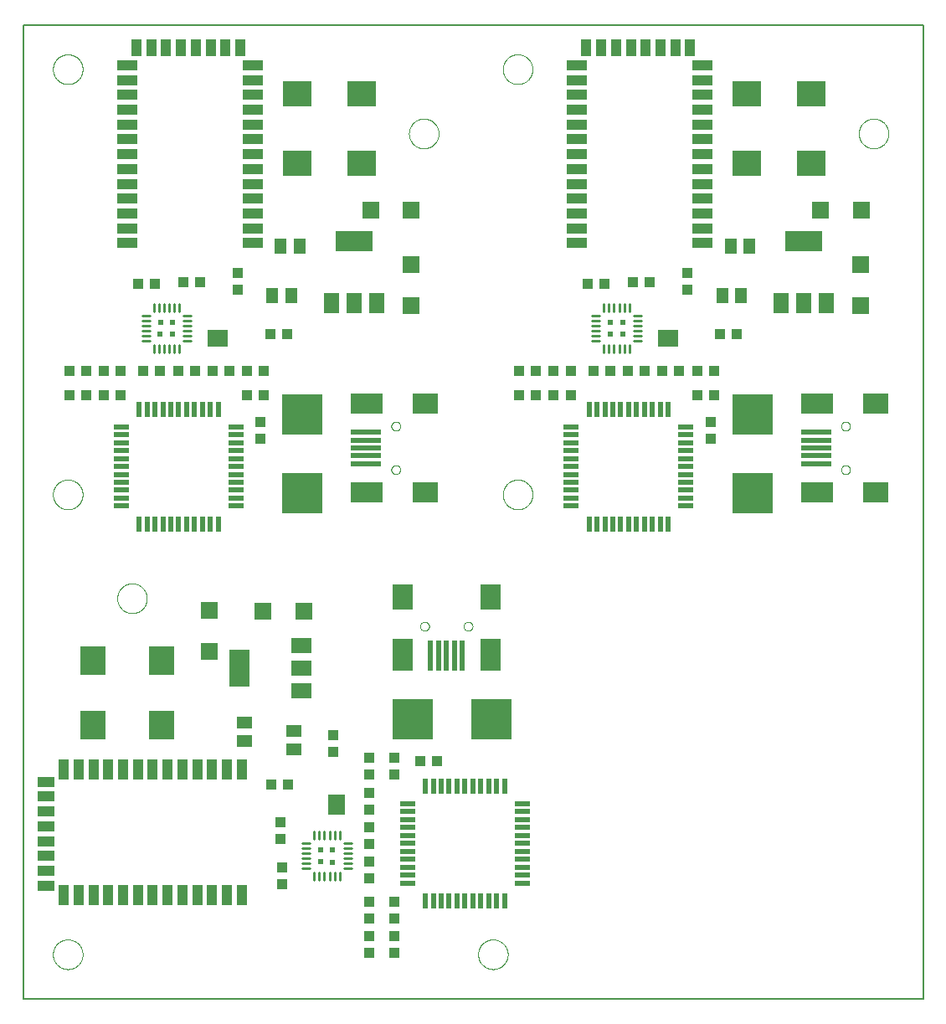
<source format=gtp>
G75*
%MOIN*%
%OFA0B0*%
%FSLAX25Y25*%
%IPPOS*%
%LPD*%
%AMOC8*
5,1,8,0,0,1.08239X$1,22.5*
%
%ADD10C,0.00600*%
%ADD11R,0.04331X0.03937*%
%ADD12R,0.11417X0.09843*%
%ADD13R,0.03937X0.04331*%
%ADD14R,0.06693X0.07087*%
%ADD15R,0.07087X0.06693*%
%ADD16R,0.05906X0.07874*%
%ADD17R,0.14961X0.07874*%
%ADD18R,0.16142X0.16142*%
%ADD19R,0.05118X0.06299*%
%ADD20R,0.07900X0.06700*%
%ADD21R,0.05906X0.01969*%
%ADD22R,0.01969X0.05906*%
%ADD23C,0.01000*%
%ADD24R,0.01900X0.01900*%
%ADD25R,0.07874X0.03937*%
%ADD26R,0.03937X0.07087*%
%ADD27R,0.09843X0.07874*%
%ADD28R,0.12992X0.07874*%
%ADD29R,0.12205X0.01969*%
%ADD30C,0.00000*%
%ADD31R,0.09843X0.11417*%
%ADD32R,0.07874X0.05906*%
%ADD33R,0.07874X0.14961*%
%ADD34R,0.06299X0.05118*%
%ADD35R,0.06700X0.07900*%
%ADD36R,0.03937X0.07874*%
%ADD37R,0.07087X0.03937*%
%ADD38R,0.07874X0.09843*%
%ADD39R,0.07874X0.12992*%
%ADD40R,0.01969X0.12205*%
D10*
X0003739Y0003739D02*
X0003739Y0391534D01*
X0362007Y0391534D01*
X0362007Y0003739D01*
X0003739Y0003739D01*
D11*
X0102558Y0089015D03*
X0109251Y0089015D03*
X0161810Y0098227D03*
X0168503Y0098227D03*
X0201180Y0243896D03*
X0207873Y0243896D03*
X0214959Y0243896D03*
X0221652Y0243896D03*
X0221652Y0253739D03*
X0214959Y0253739D03*
X0207873Y0253739D03*
X0201180Y0253739D03*
X0230707Y0253739D03*
X0237400Y0253739D03*
X0244487Y0253739D03*
X0251180Y0253739D03*
X0258267Y0253739D03*
X0264959Y0253739D03*
X0272046Y0253739D03*
X0278739Y0253739D03*
X0278739Y0243896D03*
X0272046Y0243896D03*
X0281219Y0268267D03*
X0287912Y0268267D03*
X0253148Y0289172D03*
X0246456Y0289172D03*
X0235156Y0288542D03*
X0228463Y0288542D03*
X0108778Y0268267D03*
X0102085Y0268267D03*
X0099605Y0253739D03*
X0092912Y0253739D03*
X0085826Y0253739D03*
X0079133Y0253739D03*
X0072046Y0253739D03*
X0065353Y0253739D03*
X0058267Y0253739D03*
X0051574Y0253739D03*
X0042519Y0253739D03*
X0035826Y0253739D03*
X0028739Y0253739D03*
X0022046Y0253739D03*
X0022046Y0243896D03*
X0028739Y0243896D03*
X0035826Y0243896D03*
X0042519Y0243896D03*
X0049330Y0288542D03*
X0056022Y0288542D03*
X0067322Y0289172D03*
X0074015Y0289172D03*
X0092912Y0243896D03*
X0099605Y0243896D03*
D12*
X0112715Y0336337D03*
X0138306Y0336337D03*
X0138385Y0363936D03*
X0112794Y0363936D03*
X0291928Y0363936D03*
X0317519Y0363936D03*
X0317440Y0336337D03*
X0291849Y0336337D03*
D13*
X0268148Y0292715D03*
X0268148Y0286022D03*
X0277361Y0233463D03*
X0277361Y0226770D03*
X0151377Y0099605D03*
X0151377Y0092912D03*
X0141534Y0092912D03*
X0141534Y0099605D03*
X0141534Y0085826D03*
X0141534Y0079133D03*
X0141534Y0072046D03*
X0141534Y0065353D03*
X0141534Y0058267D03*
X0141534Y0051574D03*
X0141534Y0042519D03*
X0141534Y0035826D03*
X0141534Y0028739D03*
X0141534Y0022046D03*
X0151377Y0022046D03*
X0151377Y0028739D03*
X0151377Y0035826D03*
X0151377Y0042519D03*
X0106731Y0049330D03*
X0106731Y0056022D03*
X0106101Y0067322D03*
X0106101Y0074015D03*
X0127007Y0102085D03*
X0127007Y0108778D03*
X0098227Y0226770D03*
X0098227Y0233463D03*
X0089015Y0286022D03*
X0089015Y0292715D03*
D14*
X0158148Y0295983D03*
X0158148Y0279841D03*
X0077676Y0158267D03*
X0077676Y0142125D03*
X0337282Y0279841D03*
X0337282Y0295983D03*
D15*
X0337400Y0317597D03*
X0321259Y0317597D03*
X0158267Y0317597D03*
X0142125Y0317597D03*
X0115432Y0158148D03*
X0099290Y0158148D03*
D16*
X0126337Y0280668D03*
X0135393Y0280668D03*
X0144448Y0280668D03*
X0305471Y0280668D03*
X0314526Y0280668D03*
X0323582Y0280668D03*
D17*
X0314526Y0305471D03*
X0135393Y0305471D03*
D18*
X0114959Y0236534D03*
X0114959Y0205038D03*
X0158739Y0114959D03*
X0190235Y0114959D03*
X0294093Y0205038D03*
X0294093Y0236534D03*
D19*
X0289526Y0283700D03*
X0282046Y0283700D03*
X0285393Y0303385D03*
X0292873Y0303385D03*
X0113739Y0303385D03*
X0106259Y0303385D03*
X0102912Y0283700D03*
X0110393Y0283700D03*
D20*
X0081209Y0266883D03*
X0260343Y0266883D03*
D21*
X0267597Y0231456D03*
X0267597Y0228306D03*
X0267597Y0225156D03*
X0267597Y0222007D03*
X0267597Y0218857D03*
X0267597Y0215707D03*
X0267597Y0212558D03*
X0267597Y0209408D03*
X0267597Y0206259D03*
X0267597Y0203109D03*
X0267597Y0199959D03*
X0221928Y0199959D03*
X0221928Y0203109D03*
X0221928Y0206259D03*
X0221928Y0209408D03*
X0221928Y0212558D03*
X0221928Y0215707D03*
X0221928Y0218857D03*
X0221928Y0222007D03*
X0221928Y0225156D03*
X0221928Y0228306D03*
X0221928Y0231456D03*
X0088463Y0231456D03*
X0088463Y0228306D03*
X0088463Y0225156D03*
X0088463Y0222007D03*
X0088463Y0218857D03*
X0088463Y0215707D03*
X0088463Y0212558D03*
X0088463Y0209408D03*
X0088463Y0206259D03*
X0088463Y0203109D03*
X0088463Y0199959D03*
X0042794Y0199959D03*
X0042794Y0203109D03*
X0042794Y0206259D03*
X0042794Y0209408D03*
X0042794Y0212558D03*
X0042794Y0215707D03*
X0042794Y0218857D03*
X0042794Y0222007D03*
X0042794Y0225156D03*
X0042794Y0228306D03*
X0042794Y0231456D03*
X0156731Y0081377D03*
X0156731Y0078227D03*
X0156731Y0075078D03*
X0156731Y0071928D03*
X0156731Y0068778D03*
X0156731Y0065629D03*
X0156731Y0062479D03*
X0156731Y0059330D03*
X0156731Y0056180D03*
X0156731Y0053030D03*
X0156731Y0049881D03*
X0202400Y0049881D03*
X0202400Y0053030D03*
X0202400Y0056180D03*
X0202400Y0059330D03*
X0202400Y0062479D03*
X0202400Y0065629D03*
X0202400Y0068778D03*
X0202400Y0071928D03*
X0202400Y0075078D03*
X0202400Y0078227D03*
X0202400Y0081377D03*
D22*
X0195314Y0088463D03*
X0192164Y0088463D03*
X0189015Y0088463D03*
X0185865Y0088463D03*
X0182715Y0088463D03*
X0179566Y0088463D03*
X0176416Y0088463D03*
X0173267Y0088463D03*
X0170117Y0088463D03*
X0166967Y0088463D03*
X0163818Y0088463D03*
X0163818Y0042794D03*
X0166967Y0042794D03*
X0170117Y0042794D03*
X0173267Y0042794D03*
X0176416Y0042794D03*
X0179566Y0042794D03*
X0182715Y0042794D03*
X0185865Y0042794D03*
X0189015Y0042794D03*
X0192164Y0042794D03*
X0195314Y0042794D03*
X0229015Y0192873D03*
X0232164Y0192873D03*
X0235314Y0192873D03*
X0238463Y0192873D03*
X0241613Y0192873D03*
X0244763Y0192873D03*
X0247912Y0192873D03*
X0251062Y0192873D03*
X0254211Y0192873D03*
X0257361Y0192873D03*
X0260511Y0192873D03*
X0260511Y0238542D03*
X0257361Y0238542D03*
X0254211Y0238542D03*
X0251062Y0238542D03*
X0247912Y0238542D03*
X0244763Y0238542D03*
X0241613Y0238542D03*
X0238463Y0238542D03*
X0235314Y0238542D03*
X0232164Y0238542D03*
X0229015Y0238542D03*
X0081377Y0238542D03*
X0078227Y0238542D03*
X0075078Y0238542D03*
X0071928Y0238542D03*
X0068778Y0238542D03*
X0065629Y0238542D03*
X0062479Y0238542D03*
X0059330Y0238542D03*
X0056180Y0238542D03*
X0053030Y0238542D03*
X0049881Y0238542D03*
X0049881Y0192873D03*
X0053030Y0192873D03*
X0056180Y0192873D03*
X0059330Y0192873D03*
X0062479Y0192873D03*
X0065629Y0192873D03*
X0068778Y0192873D03*
X0071928Y0192873D03*
X0075078Y0192873D03*
X0078227Y0192873D03*
X0081377Y0192873D03*
D23*
X0065852Y0260894D02*
X0065852Y0263894D01*
X0063865Y0263894D02*
X0063865Y0260894D01*
X0061879Y0260894D02*
X0061879Y0263894D01*
X0059772Y0263894D02*
X0059772Y0260894D01*
X0057796Y0260894D02*
X0057796Y0263894D01*
X0055799Y0263894D02*
X0055799Y0260894D01*
X0054152Y0265642D02*
X0051152Y0265642D01*
X0051152Y0267638D02*
X0054152Y0267638D01*
X0054152Y0269615D02*
X0051152Y0269615D01*
X0051152Y0271721D02*
X0054152Y0271721D01*
X0054152Y0273708D02*
X0051152Y0273708D01*
X0051152Y0275695D02*
X0054152Y0275695D01*
X0055799Y0277442D02*
X0055799Y0280442D01*
X0057796Y0280442D02*
X0057796Y0277442D01*
X0059772Y0277442D02*
X0059772Y0280442D01*
X0061879Y0280442D02*
X0061879Y0277442D01*
X0063865Y0277442D02*
X0063865Y0280442D01*
X0065852Y0280442D02*
X0065852Y0277442D01*
X0067500Y0275695D02*
X0070500Y0275695D01*
X0070500Y0273708D02*
X0067500Y0273708D01*
X0067500Y0271721D02*
X0070500Y0271721D01*
X0070500Y0269615D02*
X0067500Y0269615D01*
X0067500Y0267638D02*
X0070500Y0267638D01*
X0070500Y0265642D02*
X0067500Y0265642D01*
X0230285Y0265642D02*
X0233285Y0265642D01*
X0233285Y0267638D02*
X0230285Y0267638D01*
X0230285Y0269615D02*
X0233285Y0269615D01*
X0233285Y0271721D02*
X0230285Y0271721D01*
X0230285Y0273708D02*
X0233285Y0273708D01*
X0233285Y0275695D02*
X0230285Y0275695D01*
X0234933Y0277442D02*
X0234933Y0280442D01*
X0236930Y0280442D02*
X0236930Y0277442D01*
X0238906Y0277442D02*
X0238906Y0280442D01*
X0241013Y0280442D02*
X0241013Y0277442D01*
X0242999Y0277442D02*
X0242999Y0280442D01*
X0244986Y0280442D02*
X0244986Y0277442D01*
X0246633Y0275695D02*
X0249633Y0275695D01*
X0249633Y0273708D02*
X0246633Y0273708D01*
X0246633Y0271721D02*
X0249633Y0271721D01*
X0249633Y0269615D02*
X0246633Y0269615D01*
X0246633Y0267638D02*
X0249633Y0267638D01*
X0249633Y0265642D02*
X0246633Y0265642D01*
X0244986Y0263894D02*
X0244986Y0260894D01*
X0242999Y0260894D02*
X0242999Y0263894D01*
X0241013Y0263894D02*
X0241013Y0260894D01*
X0238906Y0260894D02*
X0238906Y0263894D01*
X0236930Y0263894D02*
X0236930Y0260894D01*
X0234933Y0260894D02*
X0234933Y0263894D01*
X0129632Y0070500D02*
X0129632Y0067500D01*
X0127635Y0067500D02*
X0127635Y0070500D01*
X0125658Y0070500D02*
X0125658Y0067500D01*
X0123552Y0067500D02*
X0123552Y0070500D01*
X0121565Y0070500D02*
X0121565Y0067500D01*
X0119579Y0067500D02*
X0119579Y0070500D01*
X0117831Y0065852D02*
X0114831Y0065852D01*
X0114831Y0063865D02*
X0117831Y0063865D01*
X0117831Y0061879D02*
X0114831Y0061879D01*
X0114831Y0059772D02*
X0117831Y0059772D01*
X0117831Y0057796D02*
X0114831Y0057796D01*
X0114831Y0055799D02*
X0117831Y0055799D01*
X0119579Y0054152D02*
X0119579Y0051152D01*
X0121565Y0051152D02*
X0121565Y0054152D01*
X0123552Y0054152D02*
X0123552Y0051152D01*
X0125658Y0051152D02*
X0125658Y0054152D01*
X0127635Y0054152D02*
X0127635Y0051152D01*
X0129632Y0051152D02*
X0129632Y0054152D01*
X0131379Y0055799D02*
X0134379Y0055799D01*
X0134379Y0057796D02*
X0131379Y0057796D01*
X0131379Y0059772D02*
X0134379Y0059772D01*
X0134379Y0061879D02*
X0131379Y0061879D01*
X0131379Y0063865D02*
X0134379Y0063865D01*
X0134379Y0065852D02*
X0131379Y0065852D01*
D24*
X0126934Y0063215D03*
X0122184Y0063165D03*
X0122184Y0058365D03*
X0126934Y0058215D03*
X0063215Y0268339D03*
X0063165Y0273089D03*
X0058365Y0273089D03*
X0058215Y0268339D03*
X0237349Y0268339D03*
X0237499Y0273089D03*
X0242299Y0273089D03*
X0242349Y0268339D03*
D25*
X0224211Y0304566D03*
X0224211Y0310471D03*
X0224211Y0316377D03*
X0224211Y0322282D03*
X0224211Y0328188D03*
X0224211Y0334093D03*
X0224211Y0339999D03*
X0224211Y0345904D03*
X0224211Y0351810D03*
X0224211Y0357715D03*
X0224211Y0363621D03*
X0224211Y0369526D03*
X0224211Y0375432D03*
X0274211Y0375432D03*
X0274211Y0369526D03*
X0274211Y0363621D03*
X0274211Y0357715D03*
X0274211Y0351810D03*
X0274211Y0345904D03*
X0274211Y0339999D03*
X0274211Y0334093D03*
X0274211Y0328188D03*
X0274211Y0322282D03*
X0274211Y0316377D03*
X0274211Y0310471D03*
X0274211Y0304566D03*
X0095078Y0304566D03*
X0095078Y0310471D03*
X0095078Y0316377D03*
X0095078Y0322282D03*
X0095078Y0328188D03*
X0095078Y0334093D03*
X0095078Y0339999D03*
X0095078Y0345904D03*
X0095078Y0351810D03*
X0095078Y0357715D03*
X0095078Y0363621D03*
X0095078Y0369526D03*
X0095078Y0375432D03*
X0045078Y0375432D03*
X0045078Y0369526D03*
X0045078Y0363621D03*
X0045078Y0357715D03*
X0045078Y0351810D03*
X0045078Y0345904D03*
X0045078Y0339999D03*
X0045078Y0334093D03*
X0045078Y0328188D03*
X0045078Y0322282D03*
X0045078Y0316377D03*
X0045078Y0310471D03*
X0045078Y0304566D03*
D26*
X0048818Y0382322D03*
X0054723Y0382322D03*
X0060629Y0382322D03*
X0066534Y0382322D03*
X0072440Y0382322D03*
X0078345Y0382322D03*
X0084251Y0382322D03*
X0090156Y0382322D03*
X0227952Y0382322D03*
X0233857Y0382322D03*
X0239763Y0382322D03*
X0245668Y0382322D03*
X0251574Y0382322D03*
X0257479Y0382322D03*
X0263385Y0382322D03*
X0269290Y0382322D03*
D27*
X0342991Y0240589D03*
X0342991Y0205550D03*
X0163857Y0205550D03*
X0163857Y0240589D03*
D28*
X0140629Y0240589D03*
X0140629Y0205550D03*
X0319763Y0205550D03*
X0319763Y0240589D03*
D29*
X0319369Y0229369D03*
X0319369Y0226219D03*
X0319369Y0223070D03*
X0319369Y0219920D03*
X0319369Y0216770D03*
X0140235Y0216770D03*
X0140235Y0219920D03*
X0140235Y0223070D03*
X0140235Y0226219D03*
X0140235Y0229369D03*
D30*
X0150274Y0231731D02*
X0150276Y0231815D01*
X0150282Y0231898D01*
X0150292Y0231981D01*
X0150306Y0232064D01*
X0150323Y0232146D01*
X0150345Y0232227D01*
X0150370Y0232306D01*
X0150399Y0232385D01*
X0150432Y0232462D01*
X0150468Y0232537D01*
X0150508Y0232611D01*
X0150551Y0232683D01*
X0150598Y0232752D01*
X0150648Y0232819D01*
X0150701Y0232884D01*
X0150757Y0232946D01*
X0150815Y0233006D01*
X0150877Y0233063D01*
X0150941Y0233116D01*
X0151008Y0233167D01*
X0151077Y0233214D01*
X0151148Y0233259D01*
X0151221Y0233299D01*
X0151296Y0233336D01*
X0151373Y0233370D01*
X0151451Y0233400D01*
X0151530Y0233426D01*
X0151611Y0233449D01*
X0151693Y0233467D01*
X0151775Y0233482D01*
X0151858Y0233493D01*
X0151941Y0233500D01*
X0152025Y0233503D01*
X0152109Y0233502D01*
X0152192Y0233497D01*
X0152276Y0233488D01*
X0152358Y0233475D01*
X0152440Y0233459D01*
X0152521Y0233438D01*
X0152602Y0233414D01*
X0152680Y0233386D01*
X0152758Y0233354D01*
X0152834Y0233318D01*
X0152908Y0233279D01*
X0152980Y0233237D01*
X0153050Y0233191D01*
X0153118Y0233142D01*
X0153183Y0233090D01*
X0153246Y0233035D01*
X0153306Y0232977D01*
X0153364Y0232916D01*
X0153418Y0232852D01*
X0153470Y0232786D01*
X0153518Y0232718D01*
X0153563Y0232647D01*
X0153604Y0232574D01*
X0153643Y0232500D01*
X0153677Y0232424D01*
X0153708Y0232346D01*
X0153735Y0232267D01*
X0153759Y0232186D01*
X0153778Y0232105D01*
X0153794Y0232023D01*
X0153806Y0231940D01*
X0153814Y0231856D01*
X0153818Y0231773D01*
X0153818Y0231689D01*
X0153814Y0231606D01*
X0153806Y0231522D01*
X0153794Y0231439D01*
X0153778Y0231357D01*
X0153759Y0231276D01*
X0153735Y0231195D01*
X0153708Y0231116D01*
X0153677Y0231038D01*
X0153643Y0230962D01*
X0153604Y0230888D01*
X0153563Y0230815D01*
X0153518Y0230744D01*
X0153470Y0230676D01*
X0153418Y0230610D01*
X0153364Y0230546D01*
X0153306Y0230485D01*
X0153246Y0230427D01*
X0153183Y0230372D01*
X0153118Y0230320D01*
X0153050Y0230271D01*
X0152980Y0230225D01*
X0152908Y0230183D01*
X0152834Y0230144D01*
X0152758Y0230108D01*
X0152680Y0230076D01*
X0152602Y0230048D01*
X0152521Y0230024D01*
X0152440Y0230003D01*
X0152358Y0229987D01*
X0152276Y0229974D01*
X0152192Y0229965D01*
X0152109Y0229960D01*
X0152025Y0229959D01*
X0151941Y0229962D01*
X0151858Y0229969D01*
X0151775Y0229980D01*
X0151693Y0229995D01*
X0151611Y0230013D01*
X0151530Y0230036D01*
X0151451Y0230062D01*
X0151373Y0230092D01*
X0151296Y0230126D01*
X0151221Y0230163D01*
X0151148Y0230203D01*
X0151077Y0230248D01*
X0151008Y0230295D01*
X0150941Y0230346D01*
X0150877Y0230399D01*
X0150815Y0230456D01*
X0150757Y0230516D01*
X0150701Y0230578D01*
X0150648Y0230643D01*
X0150598Y0230710D01*
X0150551Y0230779D01*
X0150508Y0230851D01*
X0150468Y0230925D01*
X0150432Y0231000D01*
X0150399Y0231077D01*
X0150370Y0231156D01*
X0150345Y0231235D01*
X0150323Y0231316D01*
X0150306Y0231398D01*
X0150292Y0231481D01*
X0150282Y0231564D01*
X0150276Y0231647D01*
X0150274Y0231731D01*
X0150274Y0214408D02*
X0150276Y0214492D01*
X0150282Y0214575D01*
X0150292Y0214658D01*
X0150306Y0214741D01*
X0150323Y0214823D01*
X0150345Y0214904D01*
X0150370Y0214983D01*
X0150399Y0215062D01*
X0150432Y0215139D01*
X0150468Y0215214D01*
X0150508Y0215288D01*
X0150551Y0215360D01*
X0150598Y0215429D01*
X0150648Y0215496D01*
X0150701Y0215561D01*
X0150757Y0215623D01*
X0150815Y0215683D01*
X0150877Y0215740D01*
X0150941Y0215793D01*
X0151008Y0215844D01*
X0151077Y0215891D01*
X0151148Y0215936D01*
X0151221Y0215976D01*
X0151296Y0216013D01*
X0151373Y0216047D01*
X0151451Y0216077D01*
X0151530Y0216103D01*
X0151611Y0216126D01*
X0151693Y0216144D01*
X0151775Y0216159D01*
X0151858Y0216170D01*
X0151941Y0216177D01*
X0152025Y0216180D01*
X0152109Y0216179D01*
X0152192Y0216174D01*
X0152276Y0216165D01*
X0152358Y0216152D01*
X0152440Y0216136D01*
X0152521Y0216115D01*
X0152602Y0216091D01*
X0152680Y0216063D01*
X0152758Y0216031D01*
X0152834Y0215995D01*
X0152908Y0215956D01*
X0152980Y0215914D01*
X0153050Y0215868D01*
X0153118Y0215819D01*
X0153183Y0215767D01*
X0153246Y0215712D01*
X0153306Y0215654D01*
X0153364Y0215593D01*
X0153418Y0215529D01*
X0153470Y0215463D01*
X0153518Y0215395D01*
X0153563Y0215324D01*
X0153604Y0215251D01*
X0153643Y0215177D01*
X0153677Y0215101D01*
X0153708Y0215023D01*
X0153735Y0214944D01*
X0153759Y0214863D01*
X0153778Y0214782D01*
X0153794Y0214700D01*
X0153806Y0214617D01*
X0153814Y0214533D01*
X0153818Y0214450D01*
X0153818Y0214366D01*
X0153814Y0214283D01*
X0153806Y0214199D01*
X0153794Y0214116D01*
X0153778Y0214034D01*
X0153759Y0213953D01*
X0153735Y0213872D01*
X0153708Y0213793D01*
X0153677Y0213715D01*
X0153643Y0213639D01*
X0153604Y0213565D01*
X0153563Y0213492D01*
X0153518Y0213421D01*
X0153470Y0213353D01*
X0153418Y0213287D01*
X0153364Y0213223D01*
X0153306Y0213162D01*
X0153246Y0213104D01*
X0153183Y0213049D01*
X0153118Y0212997D01*
X0153050Y0212948D01*
X0152980Y0212902D01*
X0152908Y0212860D01*
X0152834Y0212821D01*
X0152758Y0212785D01*
X0152680Y0212753D01*
X0152602Y0212725D01*
X0152521Y0212701D01*
X0152440Y0212680D01*
X0152358Y0212664D01*
X0152276Y0212651D01*
X0152192Y0212642D01*
X0152109Y0212637D01*
X0152025Y0212636D01*
X0151941Y0212639D01*
X0151858Y0212646D01*
X0151775Y0212657D01*
X0151693Y0212672D01*
X0151611Y0212690D01*
X0151530Y0212713D01*
X0151451Y0212739D01*
X0151373Y0212769D01*
X0151296Y0212803D01*
X0151221Y0212840D01*
X0151148Y0212880D01*
X0151077Y0212925D01*
X0151008Y0212972D01*
X0150941Y0213023D01*
X0150877Y0213076D01*
X0150815Y0213133D01*
X0150757Y0213193D01*
X0150701Y0213255D01*
X0150648Y0213320D01*
X0150598Y0213387D01*
X0150551Y0213456D01*
X0150508Y0213528D01*
X0150468Y0213602D01*
X0150432Y0213677D01*
X0150399Y0213754D01*
X0150370Y0213833D01*
X0150345Y0213912D01*
X0150323Y0213993D01*
X0150306Y0214075D01*
X0150292Y0214158D01*
X0150282Y0214241D01*
X0150276Y0214324D01*
X0150274Y0214408D01*
X0194683Y0204526D02*
X0194685Y0204679D01*
X0194691Y0204833D01*
X0194701Y0204986D01*
X0194715Y0205138D01*
X0194733Y0205291D01*
X0194755Y0205442D01*
X0194780Y0205593D01*
X0194810Y0205744D01*
X0194844Y0205894D01*
X0194881Y0206042D01*
X0194922Y0206190D01*
X0194967Y0206336D01*
X0195016Y0206482D01*
X0195069Y0206626D01*
X0195125Y0206768D01*
X0195185Y0206909D01*
X0195249Y0207049D01*
X0195316Y0207187D01*
X0195387Y0207323D01*
X0195462Y0207457D01*
X0195539Y0207589D01*
X0195621Y0207719D01*
X0195705Y0207847D01*
X0195793Y0207973D01*
X0195884Y0208096D01*
X0195978Y0208217D01*
X0196076Y0208335D01*
X0196176Y0208451D01*
X0196280Y0208564D01*
X0196386Y0208675D01*
X0196495Y0208783D01*
X0196607Y0208888D01*
X0196721Y0208989D01*
X0196839Y0209088D01*
X0196958Y0209184D01*
X0197080Y0209277D01*
X0197205Y0209366D01*
X0197332Y0209453D01*
X0197461Y0209535D01*
X0197592Y0209615D01*
X0197725Y0209691D01*
X0197860Y0209764D01*
X0197997Y0209833D01*
X0198136Y0209898D01*
X0198276Y0209960D01*
X0198418Y0210018D01*
X0198561Y0210073D01*
X0198706Y0210124D01*
X0198852Y0210171D01*
X0198999Y0210214D01*
X0199147Y0210253D01*
X0199296Y0210289D01*
X0199446Y0210320D01*
X0199597Y0210348D01*
X0199748Y0210372D01*
X0199901Y0210392D01*
X0200053Y0210408D01*
X0200206Y0210420D01*
X0200359Y0210428D01*
X0200512Y0210432D01*
X0200666Y0210432D01*
X0200819Y0210428D01*
X0200972Y0210420D01*
X0201125Y0210408D01*
X0201277Y0210392D01*
X0201430Y0210372D01*
X0201581Y0210348D01*
X0201732Y0210320D01*
X0201882Y0210289D01*
X0202031Y0210253D01*
X0202179Y0210214D01*
X0202326Y0210171D01*
X0202472Y0210124D01*
X0202617Y0210073D01*
X0202760Y0210018D01*
X0202902Y0209960D01*
X0203042Y0209898D01*
X0203181Y0209833D01*
X0203318Y0209764D01*
X0203453Y0209691D01*
X0203586Y0209615D01*
X0203717Y0209535D01*
X0203846Y0209453D01*
X0203973Y0209366D01*
X0204098Y0209277D01*
X0204220Y0209184D01*
X0204339Y0209088D01*
X0204457Y0208989D01*
X0204571Y0208888D01*
X0204683Y0208783D01*
X0204792Y0208675D01*
X0204898Y0208564D01*
X0205002Y0208451D01*
X0205102Y0208335D01*
X0205200Y0208217D01*
X0205294Y0208096D01*
X0205385Y0207973D01*
X0205473Y0207847D01*
X0205557Y0207719D01*
X0205639Y0207589D01*
X0205716Y0207457D01*
X0205791Y0207323D01*
X0205862Y0207187D01*
X0205929Y0207049D01*
X0205993Y0206909D01*
X0206053Y0206768D01*
X0206109Y0206626D01*
X0206162Y0206482D01*
X0206211Y0206336D01*
X0206256Y0206190D01*
X0206297Y0206042D01*
X0206334Y0205894D01*
X0206368Y0205744D01*
X0206398Y0205593D01*
X0206423Y0205442D01*
X0206445Y0205291D01*
X0206463Y0205138D01*
X0206477Y0204986D01*
X0206487Y0204833D01*
X0206493Y0204679D01*
X0206495Y0204526D01*
X0206493Y0204373D01*
X0206487Y0204219D01*
X0206477Y0204066D01*
X0206463Y0203914D01*
X0206445Y0203761D01*
X0206423Y0203610D01*
X0206398Y0203459D01*
X0206368Y0203308D01*
X0206334Y0203158D01*
X0206297Y0203010D01*
X0206256Y0202862D01*
X0206211Y0202716D01*
X0206162Y0202570D01*
X0206109Y0202426D01*
X0206053Y0202284D01*
X0205993Y0202143D01*
X0205929Y0202003D01*
X0205862Y0201865D01*
X0205791Y0201729D01*
X0205716Y0201595D01*
X0205639Y0201463D01*
X0205557Y0201333D01*
X0205473Y0201205D01*
X0205385Y0201079D01*
X0205294Y0200956D01*
X0205200Y0200835D01*
X0205102Y0200717D01*
X0205002Y0200601D01*
X0204898Y0200488D01*
X0204792Y0200377D01*
X0204683Y0200269D01*
X0204571Y0200164D01*
X0204457Y0200063D01*
X0204339Y0199964D01*
X0204220Y0199868D01*
X0204098Y0199775D01*
X0203973Y0199686D01*
X0203846Y0199599D01*
X0203717Y0199517D01*
X0203586Y0199437D01*
X0203453Y0199361D01*
X0203318Y0199288D01*
X0203181Y0199219D01*
X0203042Y0199154D01*
X0202902Y0199092D01*
X0202760Y0199034D01*
X0202617Y0198979D01*
X0202472Y0198928D01*
X0202326Y0198881D01*
X0202179Y0198838D01*
X0202031Y0198799D01*
X0201882Y0198763D01*
X0201732Y0198732D01*
X0201581Y0198704D01*
X0201430Y0198680D01*
X0201277Y0198660D01*
X0201125Y0198644D01*
X0200972Y0198632D01*
X0200819Y0198624D01*
X0200666Y0198620D01*
X0200512Y0198620D01*
X0200359Y0198624D01*
X0200206Y0198632D01*
X0200053Y0198644D01*
X0199901Y0198660D01*
X0199748Y0198680D01*
X0199597Y0198704D01*
X0199446Y0198732D01*
X0199296Y0198763D01*
X0199147Y0198799D01*
X0198999Y0198838D01*
X0198852Y0198881D01*
X0198706Y0198928D01*
X0198561Y0198979D01*
X0198418Y0199034D01*
X0198276Y0199092D01*
X0198136Y0199154D01*
X0197997Y0199219D01*
X0197860Y0199288D01*
X0197725Y0199361D01*
X0197592Y0199437D01*
X0197461Y0199517D01*
X0197332Y0199599D01*
X0197205Y0199686D01*
X0197080Y0199775D01*
X0196958Y0199868D01*
X0196839Y0199964D01*
X0196721Y0200063D01*
X0196607Y0200164D01*
X0196495Y0200269D01*
X0196386Y0200377D01*
X0196280Y0200488D01*
X0196176Y0200601D01*
X0196076Y0200717D01*
X0195978Y0200835D01*
X0195884Y0200956D01*
X0195793Y0201079D01*
X0195705Y0201205D01*
X0195621Y0201333D01*
X0195539Y0201463D01*
X0195462Y0201595D01*
X0195387Y0201729D01*
X0195316Y0201865D01*
X0195249Y0202003D01*
X0195185Y0202143D01*
X0195125Y0202284D01*
X0195069Y0202426D01*
X0195016Y0202570D01*
X0194967Y0202716D01*
X0194922Y0202862D01*
X0194881Y0203010D01*
X0194844Y0203158D01*
X0194810Y0203308D01*
X0194780Y0203459D01*
X0194755Y0203610D01*
X0194733Y0203761D01*
X0194715Y0203914D01*
X0194701Y0204066D01*
X0194691Y0204219D01*
X0194685Y0204373D01*
X0194683Y0204526D01*
X0179093Y0152046D02*
X0179095Y0152130D01*
X0179101Y0152213D01*
X0179111Y0152296D01*
X0179125Y0152379D01*
X0179142Y0152461D01*
X0179164Y0152542D01*
X0179189Y0152621D01*
X0179218Y0152700D01*
X0179251Y0152777D01*
X0179287Y0152852D01*
X0179327Y0152926D01*
X0179370Y0152998D01*
X0179417Y0153067D01*
X0179467Y0153134D01*
X0179520Y0153199D01*
X0179576Y0153261D01*
X0179634Y0153321D01*
X0179696Y0153378D01*
X0179760Y0153431D01*
X0179827Y0153482D01*
X0179896Y0153529D01*
X0179967Y0153574D01*
X0180040Y0153614D01*
X0180115Y0153651D01*
X0180192Y0153685D01*
X0180270Y0153715D01*
X0180349Y0153741D01*
X0180430Y0153764D01*
X0180512Y0153782D01*
X0180594Y0153797D01*
X0180677Y0153808D01*
X0180760Y0153815D01*
X0180844Y0153818D01*
X0180928Y0153817D01*
X0181011Y0153812D01*
X0181095Y0153803D01*
X0181177Y0153790D01*
X0181259Y0153774D01*
X0181340Y0153753D01*
X0181421Y0153729D01*
X0181499Y0153701D01*
X0181577Y0153669D01*
X0181653Y0153633D01*
X0181727Y0153594D01*
X0181799Y0153552D01*
X0181869Y0153506D01*
X0181937Y0153457D01*
X0182002Y0153405D01*
X0182065Y0153350D01*
X0182125Y0153292D01*
X0182183Y0153231D01*
X0182237Y0153167D01*
X0182289Y0153101D01*
X0182337Y0153033D01*
X0182382Y0152962D01*
X0182423Y0152889D01*
X0182462Y0152815D01*
X0182496Y0152739D01*
X0182527Y0152661D01*
X0182554Y0152582D01*
X0182578Y0152501D01*
X0182597Y0152420D01*
X0182613Y0152338D01*
X0182625Y0152255D01*
X0182633Y0152171D01*
X0182637Y0152088D01*
X0182637Y0152004D01*
X0182633Y0151921D01*
X0182625Y0151837D01*
X0182613Y0151754D01*
X0182597Y0151672D01*
X0182578Y0151591D01*
X0182554Y0151510D01*
X0182527Y0151431D01*
X0182496Y0151353D01*
X0182462Y0151277D01*
X0182423Y0151203D01*
X0182382Y0151130D01*
X0182337Y0151059D01*
X0182289Y0150991D01*
X0182237Y0150925D01*
X0182183Y0150861D01*
X0182125Y0150800D01*
X0182065Y0150742D01*
X0182002Y0150687D01*
X0181937Y0150635D01*
X0181869Y0150586D01*
X0181799Y0150540D01*
X0181727Y0150498D01*
X0181653Y0150459D01*
X0181577Y0150423D01*
X0181499Y0150391D01*
X0181421Y0150363D01*
X0181340Y0150339D01*
X0181259Y0150318D01*
X0181177Y0150302D01*
X0181095Y0150289D01*
X0181011Y0150280D01*
X0180928Y0150275D01*
X0180844Y0150274D01*
X0180760Y0150277D01*
X0180677Y0150284D01*
X0180594Y0150295D01*
X0180512Y0150310D01*
X0180430Y0150328D01*
X0180349Y0150351D01*
X0180270Y0150377D01*
X0180192Y0150407D01*
X0180115Y0150441D01*
X0180040Y0150478D01*
X0179967Y0150518D01*
X0179896Y0150563D01*
X0179827Y0150610D01*
X0179760Y0150661D01*
X0179696Y0150714D01*
X0179634Y0150771D01*
X0179576Y0150831D01*
X0179520Y0150893D01*
X0179467Y0150958D01*
X0179417Y0151025D01*
X0179370Y0151094D01*
X0179327Y0151166D01*
X0179287Y0151240D01*
X0179251Y0151315D01*
X0179218Y0151392D01*
X0179189Y0151471D01*
X0179164Y0151550D01*
X0179142Y0151631D01*
X0179125Y0151713D01*
X0179111Y0151796D01*
X0179101Y0151879D01*
X0179095Y0151962D01*
X0179093Y0152046D01*
X0161770Y0152046D02*
X0161772Y0152130D01*
X0161778Y0152213D01*
X0161788Y0152296D01*
X0161802Y0152379D01*
X0161819Y0152461D01*
X0161841Y0152542D01*
X0161866Y0152621D01*
X0161895Y0152700D01*
X0161928Y0152777D01*
X0161964Y0152852D01*
X0162004Y0152926D01*
X0162047Y0152998D01*
X0162094Y0153067D01*
X0162144Y0153134D01*
X0162197Y0153199D01*
X0162253Y0153261D01*
X0162311Y0153321D01*
X0162373Y0153378D01*
X0162437Y0153431D01*
X0162504Y0153482D01*
X0162573Y0153529D01*
X0162644Y0153574D01*
X0162717Y0153614D01*
X0162792Y0153651D01*
X0162869Y0153685D01*
X0162947Y0153715D01*
X0163026Y0153741D01*
X0163107Y0153764D01*
X0163189Y0153782D01*
X0163271Y0153797D01*
X0163354Y0153808D01*
X0163437Y0153815D01*
X0163521Y0153818D01*
X0163605Y0153817D01*
X0163688Y0153812D01*
X0163772Y0153803D01*
X0163854Y0153790D01*
X0163936Y0153774D01*
X0164017Y0153753D01*
X0164098Y0153729D01*
X0164176Y0153701D01*
X0164254Y0153669D01*
X0164330Y0153633D01*
X0164404Y0153594D01*
X0164476Y0153552D01*
X0164546Y0153506D01*
X0164614Y0153457D01*
X0164679Y0153405D01*
X0164742Y0153350D01*
X0164802Y0153292D01*
X0164860Y0153231D01*
X0164914Y0153167D01*
X0164966Y0153101D01*
X0165014Y0153033D01*
X0165059Y0152962D01*
X0165100Y0152889D01*
X0165139Y0152815D01*
X0165173Y0152739D01*
X0165204Y0152661D01*
X0165231Y0152582D01*
X0165255Y0152501D01*
X0165274Y0152420D01*
X0165290Y0152338D01*
X0165302Y0152255D01*
X0165310Y0152171D01*
X0165314Y0152088D01*
X0165314Y0152004D01*
X0165310Y0151921D01*
X0165302Y0151837D01*
X0165290Y0151754D01*
X0165274Y0151672D01*
X0165255Y0151591D01*
X0165231Y0151510D01*
X0165204Y0151431D01*
X0165173Y0151353D01*
X0165139Y0151277D01*
X0165100Y0151203D01*
X0165059Y0151130D01*
X0165014Y0151059D01*
X0164966Y0150991D01*
X0164914Y0150925D01*
X0164860Y0150861D01*
X0164802Y0150800D01*
X0164742Y0150742D01*
X0164679Y0150687D01*
X0164614Y0150635D01*
X0164546Y0150586D01*
X0164476Y0150540D01*
X0164404Y0150498D01*
X0164330Y0150459D01*
X0164254Y0150423D01*
X0164176Y0150391D01*
X0164098Y0150363D01*
X0164017Y0150339D01*
X0163936Y0150318D01*
X0163854Y0150302D01*
X0163772Y0150289D01*
X0163688Y0150280D01*
X0163605Y0150275D01*
X0163521Y0150274D01*
X0163437Y0150277D01*
X0163354Y0150284D01*
X0163271Y0150295D01*
X0163189Y0150310D01*
X0163107Y0150328D01*
X0163026Y0150351D01*
X0162947Y0150377D01*
X0162869Y0150407D01*
X0162792Y0150441D01*
X0162717Y0150478D01*
X0162644Y0150518D01*
X0162573Y0150563D01*
X0162504Y0150610D01*
X0162437Y0150661D01*
X0162373Y0150714D01*
X0162311Y0150771D01*
X0162253Y0150831D01*
X0162197Y0150893D01*
X0162144Y0150958D01*
X0162094Y0151025D01*
X0162047Y0151094D01*
X0162004Y0151166D01*
X0161964Y0151240D01*
X0161928Y0151315D01*
X0161895Y0151392D01*
X0161866Y0151471D01*
X0161841Y0151550D01*
X0161819Y0151631D01*
X0161802Y0151713D01*
X0161788Y0151796D01*
X0161778Y0151879D01*
X0161772Y0151962D01*
X0161770Y0152046D01*
X0041140Y0163188D02*
X0041142Y0163341D01*
X0041148Y0163495D01*
X0041158Y0163648D01*
X0041172Y0163800D01*
X0041190Y0163953D01*
X0041212Y0164104D01*
X0041237Y0164255D01*
X0041267Y0164406D01*
X0041301Y0164556D01*
X0041338Y0164704D01*
X0041379Y0164852D01*
X0041424Y0164998D01*
X0041473Y0165144D01*
X0041526Y0165288D01*
X0041582Y0165430D01*
X0041642Y0165571D01*
X0041706Y0165711D01*
X0041773Y0165849D01*
X0041844Y0165985D01*
X0041919Y0166119D01*
X0041996Y0166251D01*
X0042078Y0166381D01*
X0042162Y0166509D01*
X0042250Y0166635D01*
X0042341Y0166758D01*
X0042435Y0166879D01*
X0042533Y0166997D01*
X0042633Y0167113D01*
X0042737Y0167226D01*
X0042843Y0167337D01*
X0042952Y0167445D01*
X0043064Y0167550D01*
X0043178Y0167651D01*
X0043296Y0167750D01*
X0043415Y0167846D01*
X0043537Y0167939D01*
X0043662Y0168028D01*
X0043789Y0168115D01*
X0043918Y0168197D01*
X0044049Y0168277D01*
X0044182Y0168353D01*
X0044317Y0168426D01*
X0044454Y0168495D01*
X0044593Y0168560D01*
X0044733Y0168622D01*
X0044875Y0168680D01*
X0045018Y0168735D01*
X0045163Y0168786D01*
X0045309Y0168833D01*
X0045456Y0168876D01*
X0045604Y0168915D01*
X0045753Y0168951D01*
X0045903Y0168982D01*
X0046054Y0169010D01*
X0046205Y0169034D01*
X0046358Y0169054D01*
X0046510Y0169070D01*
X0046663Y0169082D01*
X0046816Y0169090D01*
X0046969Y0169094D01*
X0047123Y0169094D01*
X0047276Y0169090D01*
X0047429Y0169082D01*
X0047582Y0169070D01*
X0047734Y0169054D01*
X0047887Y0169034D01*
X0048038Y0169010D01*
X0048189Y0168982D01*
X0048339Y0168951D01*
X0048488Y0168915D01*
X0048636Y0168876D01*
X0048783Y0168833D01*
X0048929Y0168786D01*
X0049074Y0168735D01*
X0049217Y0168680D01*
X0049359Y0168622D01*
X0049499Y0168560D01*
X0049638Y0168495D01*
X0049775Y0168426D01*
X0049910Y0168353D01*
X0050043Y0168277D01*
X0050174Y0168197D01*
X0050303Y0168115D01*
X0050430Y0168028D01*
X0050555Y0167939D01*
X0050677Y0167846D01*
X0050796Y0167750D01*
X0050914Y0167651D01*
X0051028Y0167550D01*
X0051140Y0167445D01*
X0051249Y0167337D01*
X0051355Y0167226D01*
X0051459Y0167113D01*
X0051559Y0166997D01*
X0051657Y0166879D01*
X0051751Y0166758D01*
X0051842Y0166635D01*
X0051930Y0166509D01*
X0052014Y0166381D01*
X0052096Y0166251D01*
X0052173Y0166119D01*
X0052248Y0165985D01*
X0052319Y0165849D01*
X0052386Y0165711D01*
X0052450Y0165571D01*
X0052510Y0165430D01*
X0052566Y0165288D01*
X0052619Y0165144D01*
X0052668Y0164998D01*
X0052713Y0164852D01*
X0052754Y0164704D01*
X0052791Y0164556D01*
X0052825Y0164406D01*
X0052855Y0164255D01*
X0052880Y0164104D01*
X0052902Y0163953D01*
X0052920Y0163800D01*
X0052934Y0163648D01*
X0052944Y0163495D01*
X0052950Y0163341D01*
X0052952Y0163188D01*
X0052950Y0163035D01*
X0052944Y0162881D01*
X0052934Y0162728D01*
X0052920Y0162576D01*
X0052902Y0162423D01*
X0052880Y0162272D01*
X0052855Y0162121D01*
X0052825Y0161970D01*
X0052791Y0161820D01*
X0052754Y0161672D01*
X0052713Y0161524D01*
X0052668Y0161378D01*
X0052619Y0161232D01*
X0052566Y0161088D01*
X0052510Y0160946D01*
X0052450Y0160805D01*
X0052386Y0160665D01*
X0052319Y0160527D01*
X0052248Y0160391D01*
X0052173Y0160257D01*
X0052096Y0160125D01*
X0052014Y0159995D01*
X0051930Y0159867D01*
X0051842Y0159741D01*
X0051751Y0159618D01*
X0051657Y0159497D01*
X0051559Y0159379D01*
X0051459Y0159263D01*
X0051355Y0159150D01*
X0051249Y0159039D01*
X0051140Y0158931D01*
X0051028Y0158826D01*
X0050914Y0158725D01*
X0050796Y0158626D01*
X0050677Y0158530D01*
X0050555Y0158437D01*
X0050430Y0158348D01*
X0050303Y0158261D01*
X0050174Y0158179D01*
X0050043Y0158099D01*
X0049910Y0158023D01*
X0049775Y0157950D01*
X0049638Y0157881D01*
X0049499Y0157816D01*
X0049359Y0157754D01*
X0049217Y0157696D01*
X0049074Y0157641D01*
X0048929Y0157590D01*
X0048783Y0157543D01*
X0048636Y0157500D01*
X0048488Y0157461D01*
X0048339Y0157425D01*
X0048189Y0157394D01*
X0048038Y0157366D01*
X0047887Y0157342D01*
X0047734Y0157322D01*
X0047582Y0157306D01*
X0047429Y0157294D01*
X0047276Y0157286D01*
X0047123Y0157282D01*
X0046969Y0157282D01*
X0046816Y0157286D01*
X0046663Y0157294D01*
X0046510Y0157306D01*
X0046358Y0157322D01*
X0046205Y0157342D01*
X0046054Y0157366D01*
X0045903Y0157394D01*
X0045753Y0157425D01*
X0045604Y0157461D01*
X0045456Y0157500D01*
X0045309Y0157543D01*
X0045163Y0157590D01*
X0045018Y0157641D01*
X0044875Y0157696D01*
X0044733Y0157754D01*
X0044593Y0157816D01*
X0044454Y0157881D01*
X0044317Y0157950D01*
X0044182Y0158023D01*
X0044049Y0158099D01*
X0043918Y0158179D01*
X0043789Y0158261D01*
X0043662Y0158348D01*
X0043537Y0158437D01*
X0043415Y0158530D01*
X0043296Y0158626D01*
X0043178Y0158725D01*
X0043064Y0158826D01*
X0042952Y0158931D01*
X0042843Y0159039D01*
X0042737Y0159150D01*
X0042633Y0159263D01*
X0042533Y0159379D01*
X0042435Y0159497D01*
X0042341Y0159618D01*
X0042250Y0159741D01*
X0042162Y0159867D01*
X0042078Y0159995D01*
X0041996Y0160125D01*
X0041919Y0160257D01*
X0041844Y0160391D01*
X0041773Y0160527D01*
X0041706Y0160665D01*
X0041642Y0160805D01*
X0041582Y0160946D01*
X0041526Y0161088D01*
X0041473Y0161232D01*
X0041424Y0161378D01*
X0041379Y0161524D01*
X0041338Y0161672D01*
X0041301Y0161820D01*
X0041267Y0161970D01*
X0041237Y0162121D01*
X0041212Y0162272D01*
X0041190Y0162423D01*
X0041172Y0162576D01*
X0041158Y0162728D01*
X0041148Y0162881D01*
X0041142Y0163035D01*
X0041140Y0163188D01*
X0015550Y0204526D02*
X0015552Y0204679D01*
X0015558Y0204833D01*
X0015568Y0204986D01*
X0015582Y0205138D01*
X0015600Y0205291D01*
X0015622Y0205442D01*
X0015647Y0205593D01*
X0015677Y0205744D01*
X0015711Y0205894D01*
X0015748Y0206042D01*
X0015789Y0206190D01*
X0015834Y0206336D01*
X0015883Y0206482D01*
X0015936Y0206626D01*
X0015992Y0206768D01*
X0016052Y0206909D01*
X0016116Y0207049D01*
X0016183Y0207187D01*
X0016254Y0207323D01*
X0016329Y0207457D01*
X0016406Y0207589D01*
X0016488Y0207719D01*
X0016572Y0207847D01*
X0016660Y0207973D01*
X0016751Y0208096D01*
X0016845Y0208217D01*
X0016943Y0208335D01*
X0017043Y0208451D01*
X0017147Y0208564D01*
X0017253Y0208675D01*
X0017362Y0208783D01*
X0017474Y0208888D01*
X0017588Y0208989D01*
X0017706Y0209088D01*
X0017825Y0209184D01*
X0017947Y0209277D01*
X0018072Y0209366D01*
X0018199Y0209453D01*
X0018328Y0209535D01*
X0018459Y0209615D01*
X0018592Y0209691D01*
X0018727Y0209764D01*
X0018864Y0209833D01*
X0019003Y0209898D01*
X0019143Y0209960D01*
X0019285Y0210018D01*
X0019428Y0210073D01*
X0019573Y0210124D01*
X0019719Y0210171D01*
X0019866Y0210214D01*
X0020014Y0210253D01*
X0020163Y0210289D01*
X0020313Y0210320D01*
X0020464Y0210348D01*
X0020615Y0210372D01*
X0020768Y0210392D01*
X0020920Y0210408D01*
X0021073Y0210420D01*
X0021226Y0210428D01*
X0021379Y0210432D01*
X0021533Y0210432D01*
X0021686Y0210428D01*
X0021839Y0210420D01*
X0021992Y0210408D01*
X0022144Y0210392D01*
X0022297Y0210372D01*
X0022448Y0210348D01*
X0022599Y0210320D01*
X0022749Y0210289D01*
X0022898Y0210253D01*
X0023046Y0210214D01*
X0023193Y0210171D01*
X0023339Y0210124D01*
X0023484Y0210073D01*
X0023627Y0210018D01*
X0023769Y0209960D01*
X0023909Y0209898D01*
X0024048Y0209833D01*
X0024185Y0209764D01*
X0024320Y0209691D01*
X0024453Y0209615D01*
X0024584Y0209535D01*
X0024713Y0209453D01*
X0024840Y0209366D01*
X0024965Y0209277D01*
X0025087Y0209184D01*
X0025206Y0209088D01*
X0025324Y0208989D01*
X0025438Y0208888D01*
X0025550Y0208783D01*
X0025659Y0208675D01*
X0025765Y0208564D01*
X0025869Y0208451D01*
X0025969Y0208335D01*
X0026067Y0208217D01*
X0026161Y0208096D01*
X0026252Y0207973D01*
X0026340Y0207847D01*
X0026424Y0207719D01*
X0026506Y0207589D01*
X0026583Y0207457D01*
X0026658Y0207323D01*
X0026729Y0207187D01*
X0026796Y0207049D01*
X0026860Y0206909D01*
X0026920Y0206768D01*
X0026976Y0206626D01*
X0027029Y0206482D01*
X0027078Y0206336D01*
X0027123Y0206190D01*
X0027164Y0206042D01*
X0027201Y0205894D01*
X0027235Y0205744D01*
X0027265Y0205593D01*
X0027290Y0205442D01*
X0027312Y0205291D01*
X0027330Y0205138D01*
X0027344Y0204986D01*
X0027354Y0204833D01*
X0027360Y0204679D01*
X0027362Y0204526D01*
X0027360Y0204373D01*
X0027354Y0204219D01*
X0027344Y0204066D01*
X0027330Y0203914D01*
X0027312Y0203761D01*
X0027290Y0203610D01*
X0027265Y0203459D01*
X0027235Y0203308D01*
X0027201Y0203158D01*
X0027164Y0203010D01*
X0027123Y0202862D01*
X0027078Y0202716D01*
X0027029Y0202570D01*
X0026976Y0202426D01*
X0026920Y0202284D01*
X0026860Y0202143D01*
X0026796Y0202003D01*
X0026729Y0201865D01*
X0026658Y0201729D01*
X0026583Y0201595D01*
X0026506Y0201463D01*
X0026424Y0201333D01*
X0026340Y0201205D01*
X0026252Y0201079D01*
X0026161Y0200956D01*
X0026067Y0200835D01*
X0025969Y0200717D01*
X0025869Y0200601D01*
X0025765Y0200488D01*
X0025659Y0200377D01*
X0025550Y0200269D01*
X0025438Y0200164D01*
X0025324Y0200063D01*
X0025206Y0199964D01*
X0025087Y0199868D01*
X0024965Y0199775D01*
X0024840Y0199686D01*
X0024713Y0199599D01*
X0024584Y0199517D01*
X0024453Y0199437D01*
X0024320Y0199361D01*
X0024185Y0199288D01*
X0024048Y0199219D01*
X0023909Y0199154D01*
X0023769Y0199092D01*
X0023627Y0199034D01*
X0023484Y0198979D01*
X0023339Y0198928D01*
X0023193Y0198881D01*
X0023046Y0198838D01*
X0022898Y0198799D01*
X0022749Y0198763D01*
X0022599Y0198732D01*
X0022448Y0198704D01*
X0022297Y0198680D01*
X0022144Y0198660D01*
X0021992Y0198644D01*
X0021839Y0198632D01*
X0021686Y0198624D01*
X0021533Y0198620D01*
X0021379Y0198620D01*
X0021226Y0198624D01*
X0021073Y0198632D01*
X0020920Y0198644D01*
X0020768Y0198660D01*
X0020615Y0198680D01*
X0020464Y0198704D01*
X0020313Y0198732D01*
X0020163Y0198763D01*
X0020014Y0198799D01*
X0019866Y0198838D01*
X0019719Y0198881D01*
X0019573Y0198928D01*
X0019428Y0198979D01*
X0019285Y0199034D01*
X0019143Y0199092D01*
X0019003Y0199154D01*
X0018864Y0199219D01*
X0018727Y0199288D01*
X0018592Y0199361D01*
X0018459Y0199437D01*
X0018328Y0199517D01*
X0018199Y0199599D01*
X0018072Y0199686D01*
X0017947Y0199775D01*
X0017825Y0199868D01*
X0017706Y0199964D01*
X0017588Y0200063D01*
X0017474Y0200164D01*
X0017362Y0200269D01*
X0017253Y0200377D01*
X0017147Y0200488D01*
X0017043Y0200601D01*
X0016943Y0200717D01*
X0016845Y0200835D01*
X0016751Y0200956D01*
X0016660Y0201079D01*
X0016572Y0201205D01*
X0016488Y0201333D01*
X0016406Y0201463D01*
X0016329Y0201595D01*
X0016254Y0201729D01*
X0016183Y0201865D01*
X0016116Y0202003D01*
X0016052Y0202143D01*
X0015992Y0202284D01*
X0015936Y0202426D01*
X0015883Y0202570D01*
X0015834Y0202716D01*
X0015789Y0202862D01*
X0015748Y0203010D01*
X0015711Y0203158D01*
X0015677Y0203308D01*
X0015647Y0203459D01*
X0015622Y0203610D01*
X0015600Y0203761D01*
X0015582Y0203914D01*
X0015568Y0204066D01*
X0015558Y0204219D01*
X0015552Y0204373D01*
X0015550Y0204526D01*
X0157282Y0348227D02*
X0157284Y0348380D01*
X0157290Y0348534D01*
X0157300Y0348687D01*
X0157314Y0348839D01*
X0157332Y0348992D01*
X0157354Y0349143D01*
X0157379Y0349294D01*
X0157409Y0349445D01*
X0157443Y0349595D01*
X0157480Y0349743D01*
X0157521Y0349891D01*
X0157566Y0350037D01*
X0157615Y0350183D01*
X0157668Y0350327D01*
X0157724Y0350469D01*
X0157784Y0350610D01*
X0157848Y0350750D01*
X0157915Y0350888D01*
X0157986Y0351024D01*
X0158061Y0351158D01*
X0158138Y0351290D01*
X0158220Y0351420D01*
X0158304Y0351548D01*
X0158392Y0351674D01*
X0158483Y0351797D01*
X0158577Y0351918D01*
X0158675Y0352036D01*
X0158775Y0352152D01*
X0158879Y0352265D01*
X0158985Y0352376D01*
X0159094Y0352484D01*
X0159206Y0352589D01*
X0159320Y0352690D01*
X0159438Y0352789D01*
X0159557Y0352885D01*
X0159679Y0352978D01*
X0159804Y0353067D01*
X0159931Y0353154D01*
X0160060Y0353236D01*
X0160191Y0353316D01*
X0160324Y0353392D01*
X0160459Y0353465D01*
X0160596Y0353534D01*
X0160735Y0353599D01*
X0160875Y0353661D01*
X0161017Y0353719D01*
X0161160Y0353774D01*
X0161305Y0353825D01*
X0161451Y0353872D01*
X0161598Y0353915D01*
X0161746Y0353954D01*
X0161895Y0353990D01*
X0162045Y0354021D01*
X0162196Y0354049D01*
X0162347Y0354073D01*
X0162500Y0354093D01*
X0162652Y0354109D01*
X0162805Y0354121D01*
X0162958Y0354129D01*
X0163111Y0354133D01*
X0163265Y0354133D01*
X0163418Y0354129D01*
X0163571Y0354121D01*
X0163724Y0354109D01*
X0163876Y0354093D01*
X0164029Y0354073D01*
X0164180Y0354049D01*
X0164331Y0354021D01*
X0164481Y0353990D01*
X0164630Y0353954D01*
X0164778Y0353915D01*
X0164925Y0353872D01*
X0165071Y0353825D01*
X0165216Y0353774D01*
X0165359Y0353719D01*
X0165501Y0353661D01*
X0165641Y0353599D01*
X0165780Y0353534D01*
X0165917Y0353465D01*
X0166052Y0353392D01*
X0166185Y0353316D01*
X0166316Y0353236D01*
X0166445Y0353154D01*
X0166572Y0353067D01*
X0166697Y0352978D01*
X0166819Y0352885D01*
X0166938Y0352789D01*
X0167056Y0352690D01*
X0167170Y0352589D01*
X0167282Y0352484D01*
X0167391Y0352376D01*
X0167497Y0352265D01*
X0167601Y0352152D01*
X0167701Y0352036D01*
X0167799Y0351918D01*
X0167893Y0351797D01*
X0167984Y0351674D01*
X0168072Y0351548D01*
X0168156Y0351420D01*
X0168238Y0351290D01*
X0168315Y0351158D01*
X0168390Y0351024D01*
X0168461Y0350888D01*
X0168528Y0350750D01*
X0168592Y0350610D01*
X0168652Y0350469D01*
X0168708Y0350327D01*
X0168761Y0350183D01*
X0168810Y0350037D01*
X0168855Y0349891D01*
X0168896Y0349743D01*
X0168933Y0349595D01*
X0168967Y0349445D01*
X0168997Y0349294D01*
X0169022Y0349143D01*
X0169044Y0348992D01*
X0169062Y0348839D01*
X0169076Y0348687D01*
X0169086Y0348534D01*
X0169092Y0348380D01*
X0169094Y0348227D01*
X0169092Y0348074D01*
X0169086Y0347920D01*
X0169076Y0347767D01*
X0169062Y0347615D01*
X0169044Y0347462D01*
X0169022Y0347311D01*
X0168997Y0347160D01*
X0168967Y0347009D01*
X0168933Y0346859D01*
X0168896Y0346711D01*
X0168855Y0346563D01*
X0168810Y0346417D01*
X0168761Y0346271D01*
X0168708Y0346127D01*
X0168652Y0345985D01*
X0168592Y0345844D01*
X0168528Y0345704D01*
X0168461Y0345566D01*
X0168390Y0345430D01*
X0168315Y0345296D01*
X0168238Y0345164D01*
X0168156Y0345034D01*
X0168072Y0344906D01*
X0167984Y0344780D01*
X0167893Y0344657D01*
X0167799Y0344536D01*
X0167701Y0344418D01*
X0167601Y0344302D01*
X0167497Y0344189D01*
X0167391Y0344078D01*
X0167282Y0343970D01*
X0167170Y0343865D01*
X0167056Y0343764D01*
X0166938Y0343665D01*
X0166819Y0343569D01*
X0166697Y0343476D01*
X0166572Y0343387D01*
X0166445Y0343300D01*
X0166316Y0343218D01*
X0166185Y0343138D01*
X0166052Y0343062D01*
X0165917Y0342989D01*
X0165780Y0342920D01*
X0165641Y0342855D01*
X0165501Y0342793D01*
X0165359Y0342735D01*
X0165216Y0342680D01*
X0165071Y0342629D01*
X0164925Y0342582D01*
X0164778Y0342539D01*
X0164630Y0342500D01*
X0164481Y0342464D01*
X0164331Y0342433D01*
X0164180Y0342405D01*
X0164029Y0342381D01*
X0163876Y0342361D01*
X0163724Y0342345D01*
X0163571Y0342333D01*
X0163418Y0342325D01*
X0163265Y0342321D01*
X0163111Y0342321D01*
X0162958Y0342325D01*
X0162805Y0342333D01*
X0162652Y0342345D01*
X0162500Y0342361D01*
X0162347Y0342381D01*
X0162196Y0342405D01*
X0162045Y0342433D01*
X0161895Y0342464D01*
X0161746Y0342500D01*
X0161598Y0342539D01*
X0161451Y0342582D01*
X0161305Y0342629D01*
X0161160Y0342680D01*
X0161017Y0342735D01*
X0160875Y0342793D01*
X0160735Y0342855D01*
X0160596Y0342920D01*
X0160459Y0342989D01*
X0160324Y0343062D01*
X0160191Y0343138D01*
X0160060Y0343218D01*
X0159931Y0343300D01*
X0159804Y0343387D01*
X0159679Y0343476D01*
X0159557Y0343569D01*
X0159438Y0343665D01*
X0159320Y0343764D01*
X0159206Y0343865D01*
X0159094Y0343970D01*
X0158985Y0344078D01*
X0158879Y0344189D01*
X0158775Y0344302D01*
X0158675Y0344418D01*
X0158577Y0344536D01*
X0158483Y0344657D01*
X0158392Y0344780D01*
X0158304Y0344906D01*
X0158220Y0345034D01*
X0158138Y0345164D01*
X0158061Y0345296D01*
X0157986Y0345430D01*
X0157915Y0345566D01*
X0157848Y0345704D01*
X0157784Y0345844D01*
X0157724Y0345985D01*
X0157668Y0346127D01*
X0157615Y0346271D01*
X0157566Y0346417D01*
X0157521Y0346563D01*
X0157480Y0346711D01*
X0157443Y0346859D01*
X0157409Y0347009D01*
X0157379Y0347160D01*
X0157354Y0347311D01*
X0157332Y0347462D01*
X0157314Y0347615D01*
X0157300Y0347767D01*
X0157290Y0347920D01*
X0157284Y0348074D01*
X0157282Y0348227D01*
X0194683Y0373818D02*
X0194685Y0373971D01*
X0194691Y0374125D01*
X0194701Y0374278D01*
X0194715Y0374430D01*
X0194733Y0374583D01*
X0194755Y0374734D01*
X0194780Y0374885D01*
X0194810Y0375036D01*
X0194844Y0375186D01*
X0194881Y0375334D01*
X0194922Y0375482D01*
X0194967Y0375628D01*
X0195016Y0375774D01*
X0195069Y0375918D01*
X0195125Y0376060D01*
X0195185Y0376201D01*
X0195249Y0376341D01*
X0195316Y0376479D01*
X0195387Y0376615D01*
X0195462Y0376749D01*
X0195539Y0376881D01*
X0195621Y0377011D01*
X0195705Y0377139D01*
X0195793Y0377265D01*
X0195884Y0377388D01*
X0195978Y0377509D01*
X0196076Y0377627D01*
X0196176Y0377743D01*
X0196280Y0377856D01*
X0196386Y0377967D01*
X0196495Y0378075D01*
X0196607Y0378180D01*
X0196721Y0378281D01*
X0196839Y0378380D01*
X0196958Y0378476D01*
X0197080Y0378569D01*
X0197205Y0378658D01*
X0197332Y0378745D01*
X0197461Y0378827D01*
X0197592Y0378907D01*
X0197725Y0378983D01*
X0197860Y0379056D01*
X0197997Y0379125D01*
X0198136Y0379190D01*
X0198276Y0379252D01*
X0198418Y0379310D01*
X0198561Y0379365D01*
X0198706Y0379416D01*
X0198852Y0379463D01*
X0198999Y0379506D01*
X0199147Y0379545D01*
X0199296Y0379581D01*
X0199446Y0379612D01*
X0199597Y0379640D01*
X0199748Y0379664D01*
X0199901Y0379684D01*
X0200053Y0379700D01*
X0200206Y0379712D01*
X0200359Y0379720D01*
X0200512Y0379724D01*
X0200666Y0379724D01*
X0200819Y0379720D01*
X0200972Y0379712D01*
X0201125Y0379700D01*
X0201277Y0379684D01*
X0201430Y0379664D01*
X0201581Y0379640D01*
X0201732Y0379612D01*
X0201882Y0379581D01*
X0202031Y0379545D01*
X0202179Y0379506D01*
X0202326Y0379463D01*
X0202472Y0379416D01*
X0202617Y0379365D01*
X0202760Y0379310D01*
X0202902Y0379252D01*
X0203042Y0379190D01*
X0203181Y0379125D01*
X0203318Y0379056D01*
X0203453Y0378983D01*
X0203586Y0378907D01*
X0203717Y0378827D01*
X0203846Y0378745D01*
X0203973Y0378658D01*
X0204098Y0378569D01*
X0204220Y0378476D01*
X0204339Y0378380D01*
X0204457Y0378281D01*
X0204571Y0378180D01*
X0204683Y0378075D01*
X0204792Y0377967D01*
X0204898Y0377856D01*
X0205002Y0377743D01*
X0205102Y0377627D01*
X0205200Y0377509D01*
X0205294Y0377388D01*
X0205385Y0377265D01*
X0205473Y0377139D01*
X0205557Y0377011D01*
X0205639Y0376881D01*
X0205716Y0376749D01*
X0205791Y0376615D01*
X0205862Y0376479D01*
X0205929Y0376341D01*
X0205993Y0376201D01*
X0206053Y0376060D01*
X0206109Y0375918D01*
X0206162Y0375774D01*
X0206211Y0375628D01*
X0206256Y0375482D01*
X0206297Y0375334D01*
X0206334Y0375186D01*
X0206368Y0375036D01*
X0206398Y0374885D01*
X0206423Y0374734D01*
X0206445Y0374583D01*
X0206463Y0374430D01*
X0206477Y0374278D01*
X0206487Y0374125D01*
X0206493Y0373971D01*
X0206495Y0373818D01*
X0206493Y0373665D01*
X0206487Y0373511D01*
X0206477Y0373358D01*
X0206463Y0373206D01*
X0206445Y0373053D01*
X0206423Y0372902D01*
X0206398Y0372751D01*
X0206368Y0372600D01*
X0206334Y0372450D01*
X0206297Y0372302D01*
X0206256Y0372154D01*
X0206211Y0372008D01*
X0206162Y0371862D01*
X0206109Y0371718D01*
X0206053Y0371576D01*
X0205993Y0371435D01*
X0205929Y0371295D01*
X0205862Y0371157D01*
X0205791Y0371021D01*
X0205716Y0370887D01*
X0205639Y0370755D01*
X0205557Y0370625D01*
X0205473Y0370497D01*
X0205385Y0370371D01*
X0205294Y0370248D01*
X0205200Y0370127D01*
X0205102Y0370009D01*
X0205002Y0369893D01*
X0204898Y0369780D01*
X0204792Y0369669D01*
X0204683Y0369561D01*
X0204571Y0369456D01*
X0204457Y0369355D01*
X0204339Y0369256D01*
X0204220Y0369160D01*
X0204098Y0369067D01*
X0203973Y0368978D01*
X0203846Y0368891D01*
X0203717Y0368809D01*
X0203586Y0368729D01*
X0203453Y0368653D01*
X0203318Y0368580D01*
X0203181Y0368511D01*
X0203042Y0368446D01*
X0202902Y0368384D01*
X0202760Y0368326D01*
X0202617Y0368271D01*
X0202472Y0368220D01*
X0202326Y0368173D01*
X0202179Y0368130D01*
X0202031Y0368091D01*
X0201882Y0368055D01*
X0201732Y0368024D01*
X0201581Y0367996D01*
X0201430Y0367972D01*
X0201277Y0367952D01*
X0201125Y0367936D01*
X0200972Y0367924D01*
X0200819Y0367916D01*
X0200666Y0367912D01*
X0200512Y0367912D01*
X0200359Y0367916D01*
X0200206Y0367924D01*
X0200053Y0367936D01*
X0199901Y0367952D01*
X0199748Y0367972D01*
X0199597Y0367996D01*
X0199446Y0368024D01*
X0199296Y0368055D01*
X0199147Y0368091D01*
X0198999Y0368130D01*
X0198852Y0368173D01*
X0198706Y0368220D01*
X0198561Y0368271D01*
X0198418Y0368326D01*
X0198276Y0368384D01*
X0198136Y0368446D01*
X0197997Y0368511D01*
X0197860Y0368580D01*
X0197725Y0368653D01*
X0197592Y0368729D01*
X0197461Y0368809D01*
X0197332Y0368891D01*
X0197205Y0368978D01*
X0197080Y0369067D01*
X0196958Y0369160D01*
X0196839Y0369256D01*
X0196721Y0369355D01*
X0196607Y0369456D01*
X0196495Y0369561D01*
X0196386Y0369669D01*
X0196280Y0369780D01*
X0196176Y0369893D01*
X0196076Y0370009D01*
X0195978Y0370127D01*
X0195884Y0370248D01*
X0195793Y0370371D01*
X0195705Y0370497D01*
X0195621Y0370625D01*
X0195539Y0370755D01*
X0195462Y0370887D01*
X0195387Y0371021D01*
X0195316Y0371157D01*
X0195249Y0371295D01*
X0195185Y0371435D01*
X0195125Y0371576D01*
X0195069Y0371718D01*
X0195016Y0371862D01*
X0194967Y0372008D01*
X0194922Y0372154D01*
X0194881Y0372302D01*
X0194844Y0372450D01*
X0194810Y0372600D01*
X0194780Y0372751D01*
X0194755Y0372902D01*
X0194733Y0373053D01*
X0194715Y0373206D01*
X0194701Y0373358D01*
X0194691Y0373511D01*
X0194685Y0373665D01*
X0194683Y0373818D01*
X0329408Y0231731D02*
X0329410Y0231815D01*
X0329416Y0231898D01*
X0329426Y0231981D01*
X0329440Y0232064D01*
X0329457Y0232146D01*
X0329479Y0232227D01*
X0329504Y0232306D01*
X0329533Y0232385D01*
X0329566Y0232462D01*
X0329602Y0232537D01*
X0329642Y0232611D01*
X0329685Y0232683D01*
X0329732Y0232752D01*
X0329782Y0232819D01*
X0329835Y0232884D01*
X0329891Y0232946D01*
X0329949Y0233006D01*
X0330011Y0233063D01*
X0330075Y0233116D01*
X0330142Y0233167D01*
X0330211Y0233214D01*
X0330282Y0233259D01*
X0330355Y0233299D01*
X0330430Y0233336D01*
X0330507Y0233370D01*
X0330585Y0233400D01*
X0330664Y0233426D01*
X0330745Y0233449D01*
X0330827Y0233467D01*
X0330909Y0233482D01*
X0330992Y0233493D01*
X0331075Y0233500D01*
X0331159Y0233503D01*
X0331243Y0233502D01*
X0331326Y0233497D01*
X0331410Y0233488D01*
X0331492Y0233475D01*
X0331574Y0233459D01*
X0331655Y0233438D01*
X0331736Y0233414D01*
X0331814Y0233386D01*
X0331892Y0233354D01*
X0331968Y0233318D01*
X0332042Y0233279D01*
X0332114Y0233237D01*
X0332184Y0233191D01*
X0332252Y0233142D01*
X0332317Y0233090D01*
X0332380Y0233035D01*
X0332440Y0232977D01*
X0332498Y0232916D01*
X0332552Y0232852D01*
X0332604Y0232786D01*
X0332652Y0232718D01*
X0332697Y0232647D01*
X0332738Y0232574D01*
X0332777Y0232500D01*
X0332811Y0232424D01*
X0332842Y0232346D01*
X0332869Y0232267D01*
X0332893Y0232186D01*
X0332912Y0232105D01*
X0332928Y0232023D01*
X0332940Y0231940D01*
X0332948Y0231856D01*
X0332952Y0231773D01*
X0332952Y0231689D01*
X0332948Y0231606D01*
X0332940Y0231522D01*
X0332928Y0231439D01*
X0332912Y0231357D01*
X0332893Y0231276D01*
X0332869Y0231195D01*
X0332842Y0231116D01*
X0332811Y0231038D01*
X0332777Y0230962D01*
X0332738Y0230888D01*
X0332697Y0230815D01*
X0332652Y0230744D01*
X0332604Y0230676D01*
X0332552Y0230610D01*
X0332498Y0230546D01*
X0332440Y0230485D01*
X0332380Y0230427D01*
X0332317Y0230372D01*
X0332252Y0230320D01*
X0332184Y0230271D01*
X0332114Y0230225D01*
X0332042Y0230183D01*
X0331968Y0230144D01*
X0331892Y0230108D01*
X0331814Y0230076D01*
X0331736Y0230048D01*
X0331655Y0230024D01*
X0331574Y0230003D01*
X0331492Y0229987D01*
X0331410Y0229974D01*
X0331326Y0229965D01*
X0331243Y0229960D01*
X0331159Y0229959D01*
X0331075Y0229962D01*
X0330992Y0229969D01*
X0330909Y0229980D01*
X0330827Y0229995D01*
X0330745Y0230013D01*
X0330664Y0230036D01*
X0330585Y0230062D01*
X0330507Y0230092D01*
X0330430Y0230126D01*
X0330355Y0230163D01*
X0330282Y0230203D01*
X0330211Y0230248D01*
X0330142Y0230295D01*
X0330075Y0230346D01*
X0330011Y0230399D01*
X0329949Y0230456D01*
X0329891Y0230516D01*
X0329835Y0230578D01*
X0329782Y0230643D01*
X0329732Y0230710D01*
X0329685Y0230779D01*
X0329642Y0230851D01*
X0329602Y0230925D01*
X0329566Y0231000D01*
X0329533Y0231077D01*
X0329504Y0231156D01*
X0329479Y0231235D01*
X0329457Y0231316D01*
X0329440Y0231398D01*
X0329426Y0231481D01*
X0329416Y0231564D01*
X0329410Y0231647D01*
X0329408Y0231731D01*
X0329408Y0214408D02*
X0329410Y0214492D01*
X0329416Y0214575D01*
X0329426Y0214658D01*
X0329440Y0214741D01*
X0329457Y0214823D01*
X0329479Y0214904D01*
X0329504Y0214983D01*
X0329533Y0215062D01*
X0329566Y0215139D01*
X0329602Y0215214D01*
X0329642Y0215288D01*
X0329685Y0215360D01*
X0329732Y0215429D01*
X0329782Y0215496D01*
X0329835Y0215561D01*
X0329891Y0215623D01*
X0329949Y0215683D01*
X0330011Y0215740D01*
X0330075Y0215793D01*
X0330142Y0215844D01*
X0330211Y0215891D01*
X0330282Y0215936D01*
X0330355Y0215976D01*
X0330430Y0216013D01*
X0330507Y0216047D01*
X0330585Y0216077D01*
X0330664Y0216103D01*
X0330745Y0216126D01*
X0330827Y0216144D01*
X0330909Y0216159D01*
X0330992Y0216170D01*
X0331075Y0216177D01*
X0331159Y0216180D01*
X0331243Y0216179D01*
X0331326Y0216174D01*
X0331410Y0216165D01*
X0331492Y0216152D01*
X0331574Y0216136D01*
X0331655Y0216115D01*
X0331736Y0216091D01*
X0331814Y0216063D01*
X0331892Y0216031D01*
X0331968Y0215995D01*
X0332042Y0215956D01*
X0332114Y0215914D01*
X0332184Y0215868D01*
X0332252Y0215819D01*
X0332317Y0215767D01*
X0332380Y0215712D01*
X0332440Y0215654D01*
X0332498Y0215593D01*
X0332552Y0215529D01*
X0332604Y0215463D01*
X0332652Y0215395D01*
X0332697Y0215324D01*
X0332738Y0215251D01*
X0332777Y0215177D01*
X0332811Y0215101D01*
X0332842Y0215023D01*
X0332869Y0214944D01*
X0332893Y0214863D01*
X0332912Y0214782D01*
X0332928Y0214700D01*
X0332940Y0214617D01*
X0332948Y0214533D01*
X0332952Y0214450D01*
X0332952Y0214366D01*
X0332948Y0214283D01*
X0332940Y0214199D01*
X0332928Y0214116D01*
X0332912Y0214034D01*
X0332893Y0213953D01*
X0332869Y0213872D01*
X0332842Y0213793D01*
X0332811Y0213715D01*
X0332777Y0213639D01*
X0332738Y0213565D01*
X0332697Y0213492D01*
X0332652Y0213421D01*
X0332604Y0213353D01*
X0332552Y0213287D01*
X0332498Y0213223D01*
X0332440Y0213162D01*
X0332380Y0213104D01*
X0332317Y0213049D01*
X0332252Y0212997D01*
X0332184Y0212948D01*
X0332114Y0212902D01*
X0332042Y0212860D01*
X0331968Y0212821D01*
X0331892Y0212785D01*
X0331814Y0212753D01*
X0331736Y0212725D01*
X0331655Y0212701D01*
X0331574Y0212680D01*
X0331492Y0212664D01*
X0331410Y0212651D01*
X0331326Y0212642D01*
X0331243Y0212637D01*
X0331159Y0212636D01*
X0331075Y0212639D01*
X0330992Y0212646D01*
X0330909Y0212657D01*
X0330827Y0212672D01*
X0330745Y0212690D01*
X0330664Y0212713D01*
X0330585Y0212739D01*
X0330507Y0212769D01*
X0330430Y0212803D01*
X0330355Y0212840D01*
X0330282Y0212880D01*
X0330211Y0212925D01*
X0330142Y0212972D01*
X0330075Y0213023D01*
X0330011Y0213076D01*
X0329949Y0213133D01*
X0329891Y0213193D01*
X0329835Y0213255D01*
X0329782Y0213320D01*
X0329732Y0213387D01*
X0329685Y0213456D01*
X0329642Y0213528D01*
X0329602Y0213602D01*
X0329566Y0213677D01*
X0329533Y0213754D01*
X0329504Y0213833D01*
X0329479Y0213912D01*
X0329457Y0213993D01*
X0329440Y0214075D01*
X0329426Y0214158D01*
X0329416Y0214241D01*
X0329410Y0214324D01*
X0329408Y0214408D01*
X0336416Y0348227D02*
X0336418Y0348380D01*
X0336424Y0348534D01*
X0336434Y0348687D01*
X0336448Y0348839D01*
X0336466Y0348992D01*
X0336488Y0349143D01*
X0336513Y0349294D01*
X0336543Y0349445D01*
X0336577Y0349595D01*
X0336614Y0349743D01*
X0336655Y0349891D01*
X0336700Y0350037D01*
X0336749Y0350183D01*
X0336802Y0350327D01*
X0336858Y0350469D01*
X0336918Y0350610D01*
X0336982Y0350750D01*
X0337049Y0350888D01*
X0337120Y0351024D01*
X0337195Y0351158D01*
X0337272Y0351290D01*
X0337354Y0351420D01*
X0337438Y0351548D01*
X0337526Y0351674D01*
X0337617Y0351797D01*
X0337711Y0351918D01*
X0337809Y0352036D01*
X0337909Y0352152D01*
X0338013Y0352265D01*
X0338119Y0352376D01*
X0338228Y0352484D01*
X0338340Y0352589D01*
X0338454Y0352690D01*
X0338572Y0352789D01*
X0338691Y0352885D01*
X0338813Y0352978D01*
X0338938Y0353067D01*
X0339065Y0353154D01*
X0339194Y0353236D01*
X0339325Y0353316D01*
X0339458Y0353392D01*
X0339593Y0353465D01*
X0339730Y0353534D01*
X0339869Y0353599D01*
X0340009Y0353661D01*
X0340151Y0353719D01*
X0340294Y0353774D01*
X0340439Y0353825D01*
X0340585Y0353872D01*
X0340732Y0353915D01*
X0340880Y0353954D01*
X0341029Y0353990D01*
X0341179Y0354021D01*
X0341330Y0354049D01*
X0341481Y0354073D01*
X0341634Y0354093D01*
X0341786Y0354109D01*
X0341939Y0354121D01*
X0342092Y0354129D01*
X0342245Y0354133D01*
X0342399Y0354133D01*
X0342552Y0354129D01*
X0342705Y0354121D01*
X0342858Y0354109D01*
X0343010Y0354093D01*
X0343163Y0354073D01*
X0343314Y0354049D01*
X0343465Y0354021D01*
X0343615Y0353990D01*
X0343764Y0353954D01*
X0343912Y0353915D01*
X0344059Y0353872D01*
X0344205Y0353825D01*
X0344350Y0353774D01*
X0344493Y0353719D01*
X0344635Y0353661D01*
X0344775Y0353599D01*
X0344914Y0353534D01*
X0345051Y0353465D01*
X0345186Y0353392D01*
X0345319Y0353316D01*
X0345450Y0353236D01*
X0345579Y0353154D01*
X0345706Y0353067D01*
X0345831Y0352978D01*
X0345953Y0352885D01*
X0346072Y0352789D01*
X0346190Y0352690D01*
X0346304Y0352589D01*
X0346416Y0352484D01*
X0346525Y0352376D01*
X0346631Y0352265D01*
X0346735Y0352152D01*
X0346835Y0352036D01*
X0346933Y0351918D01*
X0347027Y0351797D01*
X0347118Y0351674D01*
X0347206Y0351548D01*
X0347290Y0351420D01*
X0347372Y0351290D01*
X0347449Y0351158D01*
X0347524Y0351024D01*
X0347595Y0350888D01*
X0347662Y0350750D01*
X0347726Y0350610D01*
X0347786Y0350469D01*
X0347842Y0350327D01*
X0347895Y0350183D01*
X0347944Y0350037D01*
X0347989Y0349891D01*
X0348030Y0349743D01*
X0348067Y0349595D01*
X0348101Y0349445D01*
X0348131Y0349294D01*
X0348156Y0349143D01*
X0348178Y0348992D01*
X0348196Y0348839D01*
X0348210Y0348687D01*
X0348220Y0348534D01*
X0348226Y0348380D01*
X0348228Y0348227D01*
X0348226Y0348074D01*
X0348220Y0347920D01*
X0348210Y0347767D01*
X0348196Y0347615D01*
X0348178Y0347462D01*
X0348156Y0347311D01*
X0348131Y0347160D01*
X0348101Y0347009D01*
X0348067Y0346859D01*
X0348030Y0346711D01*
X0347989Y0346563D01*
X0347944Y0346417D01*
X0347895Y0346271D01*
X0347842Y0346127D01*
X0347786Y0345985D01*
X0347726Y0345844D01*
X0347662Y0345704D01*
X0347595Y0345566D01*
X0347524Y0345430D01*
X0347449Y0345296D01*
X0347372Y0345164D01*
X0347290Y0345034D01*
X0347206Y0344906D01*
X0347118Y0344780D01*
X0347027Y0344657D01*
X0346933Y0344536D01*
X0346835Y0344418D01*
X0346735Y0344302D01*
X0346631Y0344189D01*
X0346525Y0344078D01*
X0346416Y0343970D01*
X0346304Y0343865D01*
X0346190Y0343764D01*
X0346072Y0343665D01*
X0345953Y0343569D01*
X0345831Y0343476D01*
X0345706Y0343387D01*
X0345579Y0343300D01*
X0345450Y0343218D01*
X0345319Y0343138D01*
X0345186Y0343062D01*
X0345051Y0342989D01*
X0344914Y0342920D01*
X0344775Y0342855D01*
X0344635Y0342793D01*
X0344493Y0342735D01*
X0344350Y0342680D01*
X0344205Y0342629D01*
X0344059Y0342582D01*
X0343912Y0342539D01*
X0343764Y0342500D01*
X0343615Y0342464D01*
X0343465Y0342433D01*
X0343314Y0342405D01*
X0343163Y0342381D01*
X0343010Y0342361D01*
X0342858Y0342345D01*
X0342705Y0342333D01*
X0342552Y0342325D01*
X0342399Y0342321D01*
X0342245Y0342321D01*
X0342092Y0342325D01*
X0341939Y0342333D01*
X0341786Y0342345D01*
X0341634Y0342361D01*
X0341481Y0342381D01*
X0341330Y0342405D01*
X0341179Y0342433D01*
X0341029Y0342464D01*
X0340880Y0342500D01*
X0340732Y0342539D01*
X0340585Y0342582D01*
X0340439Y0342629D01*
X0340294Y0342680D01*
X0340151Y0342735D01*
X0340009Y0342793D01*
X0339869Y0342855D01*
X0339730Y0342920D01*
X0339593Y0342989D01*
X0339458Y0343062D01*
X0339325Y0343138D01*
X0339194Y0343218D01*
X0339065Y0343300D01*
X0338938Y0343387D01*
X0338813Y0343476D01*
X0338691Y0343569D01*
X0338572Y0343665D01*
X0338454Y0343764D01*
X0338340Y0343865D01*
X0338228Y0343970D01*
X0338119Y0344078D01*
X0338013Y0344189D01*
X0337909Y0344302D01*
X0337809Y0344418D01*
X0337711Y0344536D01*
X0337617Y0344657D01*
X0337526Y0344780D01*
X0337438Y0344906D01*
X0337354Y0345034D01*
X0337272Y0345164D01*
X0337195Y0345296D01*
X0337120Y0345430D01*
X0337049Y0345566D01*
X0336982Y0345704D01*
X0336918Y0345844D01*
X0336858Y0345985D01*
X0336802Y0346127D01*
X0336749Y0346271D01*
X0336700Y0346417D01*
X0336655Y0346563D01*
X0336614Y0346711D01*
X0336577Y0346859D01*
X0336543Y0347009D01*
X0336513Y0347160D01*
X0336488Y0347311D01*
X0336466Y0347462D01*
X0336448Y0347615D01*
X0336434Y0347767D01*
X0336424Y0347920D01*
X0336418Y0348074D01*
X0336416Y0348227D01*
X0184841Y0021456D02*
X0184843Y0021609D01*
X0184849Y0021763D01*
X0184859Y0021916D01*
X0184873Y0022068D01*
X0184891Y0022221D01*
X0184913Y0022372D01*
X0184938Y0022523D01*
X0184968Y0022674D01*
X0185002Y0022824D01*
X0185039Y0022972D01*
X0185080Y0023120D01*
X0185125Y0023266D01*
X0185174Y0023412D01*
X0185227Y0023556D01*
X0185283Y0023698D01*
X0185343Y0023839D01*
X0185407Y0023979D01*
X0185474Y0024117D01*
X0185545Y0024253D01*
X0185620Y0024387D01*
X0185697Y0024519D01*
X0185779Y0024649D01*
X0185863Y0024777D01*
X0185951Y0024903D01*
X0186042Y0025026D01*
X0186136Y0025147D01*
X0186234Y0025265D01*
X0186334Y0025381D01*
X0186438Y0025494D01*
X0186544Y0025605D01*
X0186653Y0025713D01*
X0186765Y0025818D01*
X0186879Y0025919D01*
X0186997Y0026018D01*
X0187116Y0026114D01*
X0187238Y0026207D01*
X0187363Y0026296D01*
X0187490Y0026383D01*
X0187619Y0026465D01*
X0187750Y0026545D01*
X0187883Y0026621D01*
X0188018Y0026694D01*
X0188155Y0026763D01*
X0188294Y0026828D01*
X0188434Y0026890D01*
X0188576Y0026948D01*
X0188719Y0027003D01*
X0188864Y0027054D01*
X0189010Y0027101D01*
X0189157Y0027144D01*
X0189305Y0027183D01*
X0189454Y0027219D01*
X0189604Y0027250D01*
X0189755Y0027278D01*
X0189906Y0027302D01*
X0190059Y0027322D01*
X0190211Y0027338D01*
X0190364Y0027350D01*
X0190517Y0027358D01*
X0190670Y0027362D01*
X0190824Y0027362D01*
X0190977Y0027358D01*
X0191130Y0027350D01*
X0191283Y0027338D01*
X0191435Y0027322D01*
X0191588Y0027302D01*
X0191739Y0027278D01*
X0191890Y0027250D01*
X0192040Y0027219D01*
X0192189Y0027183D01*
X0192337Y0027144D01*
X0192484Y0027101D01*
X0192630Y0027054D01*
X0192775Y0027003D01*
X0192918Y0026948D01*
X0193060Y0026890D01*
X0193200Y0026828D01*
X0193339Y0026763D01*
X0193476Y0026694D01*
X0193611Y0026621D01*
X0193744Y0026545D01*
X0193875Y0026465D01*
X0194004Y0026383D01*
X0194131Y0026296D01*
X0194256Y0026207D01*
X0194378Y0026114D01*
X0194497Y0026018D01*
X0194615Y0025919D01*
X0194729Y0025818D01*
X0194841Y0025713D01*
X0194950Y0025605D01*
X0195056Y0025494D01*
X0195160Y0025381D01*
X0195260Y0025265D01*
X0195358Y0025147D01*
X0195452Y0025026D01*
X0195543Y0024903D01*
X0195631Y0024777D01*
X0195715Y0024649D01*
X0195797Y0024519D01*
X0195874Y0024387D01*
X0195949Y0024253D01*
X0196020Y0024117D01*
X0196087Y0023979D01*
X0196151Y0023839D01*
X0196211Y0023698D01*
X0196267Y0023556D01*
X0196320Y0023412D01*
X0196369Y0023266D01*
X0196414Y0023120D01*
X0196455Y0022972D01*
X0196492Y0022824D01*
X0196526Y0022674D01*
X0196556Y0022523D01*
X0196581Y0022372D01*
X0196603Y0022221D01*
X0196621Y0022068D01*
X0196635Y0021916D01*
X0196645Y0021763D01*
X0196651Y0021609D01*
X0196653Y0021456D01*
X0196651Y0021303D01*
X0196645Y0021149D01*
X0196635Y0020996D01*
X0196621Y0020844D01*
X0196603Y0020691D01*
X0196581Y0020540D01*
X0196556Y0020389D01*
X0196526Y0020238D01*
X0196492Y0020088D01*
X0196455Y0019940D01*
X0196414Y0019792D01*
X0196369Y0019646D01*
X0196320Y0019500D01*
X0196267Y0019356D01*
X0196211Y0019214D01*
X0196151Y0019073D01*
X0196087Y0018933D01*
X0196020Y0018795D01*
X0195949Y0018659D01*
X0195874Y0018525D01*
X0195797Y0018393D01*
X0195715Y0018263D01*
X0195631Y0018135D01*
X0195543Y0018009D01*
X0195452Y0017886D01*
X0195358Y0017765D01*
X0195260Y0017647D01*
X0195160Y0017531D01*
X0195056Y0017418D01*
X0194950Y0017307D01*
X0194841Y0017199D01*
X0194729Y0017094D01*
X0194615Y0016993D01*
X0194497Y0016894D01*
X0194378Y0016798D01*
X0194256Y0016705D01*
X0194131Y0016616D01*
X0194004Y0016529D01*
X0193875Y0016447D01*
X0193744Y0016367D01*
X0193611Y0016291D01*
X0193476Y0016218D01*
X0193339Y0016149D01*
X0193200Y0016084D01*
X0193060Y0016022D01*
X0192918Y0015964D01*
X0192775Y0015909D01*
X0192630Y0015858D01*
X0192484Y0015811D01*
X0192337Y0015768D01*
X0192189Y0015729D01*
X0192040Y0015693D01*
X0191890Y0015662D01*
X0191739Y0015634D01*
X0191588Y0015610D01*
X0191435Y0015590D01*
X0191283Y0015574D01*
X0191130Y0015562D01*
X0190977Y0015554D01*
X0190824Y0015550D01*
X0190670Y0015550D01*
X0190517Y0015554D01*
X0190364Y0015562D01*
X0190211Y0015574D01*
X0190059Y0015590D01*
X0189906Y0015610D01*
X0189755Y0015634D01*
X0189604Y0015662D01*
X0189454Y0015693D01*
X0189305Y0015729D01*
X0189157Y0015768D01*
X0189010Y0015811D01*
X0188864Y0015858D01*
X0188719Y0015909D01*
X0188576Y0015964D01*
X0188434Y0016022D01*
X0188294Y0016084D01*
X0188155Y0016149D01*
X0188018Y0016218D01*
X0187883Y0016291D01*
X0187750Y0016367D01*
X0187619Y0016447D01*
X0187490Y0016529D01*
X0187363Y0016616D01*
X0187238Y0016705D01*
X0187116Y0016798D01*
X0186997Y0016894D01*
X0186879Y0016993D01*
X0186765Y0017094D01*
X0186653Y0017199D01*
X0186544Y0017307D01*
X0186438Y0017418D01*
X0186334Y0017531D01*
X0186234Y0017647D01*
X0186136Y0017765D01*
X0186042Y0017886D01*
X0185951Y0018009D01*
X0185863Y0018135D01*
X0185779Y0018263D01*
X0185697Y0018393D01*
X0185620Y0018525D01*
X0185545Y0018659D01*
X0185474Y0018795D01*
X0185407Y0018933D01*
X0185343Y0019073D01*
X0185283Y0019214D01*
X0185227Y0019356D01*
X0185174Y0019500D01*
X0185125Y0019646D01*
X0185080Y0019792D01*
X0185039Y0019940D01*
X0185002Y0020088D01*
X0184968Y0020238D01*
X0184938Y0020389D01*
X0184913Y0020540D01*
X0184891Y0020691D01*
X0184873Y0020844D01*
X0184859Y0020996D01*
X0184849Y0021149D01*
X0184843Y0021303D01*
X0184841Y0021456D01*
X0015550Y0021456D02*
X0015552Y0021609D01*
X0015558Y0021763D01*
X0015568Y0021916D01*
X0015582Y0022068D01*
X0015600Y0022221D01*
X0015622Y0022372D01*
X0015647Y0022523D01*
X0015677Y0022674D01*
X0015711Y0022824D01*
X0015748Y0022972D01*
X0015789Y0023120D01*
X0015834Y0023266D01*
X0015883Y0023412D01*
X0015936Y0023556D01*
X0015992Y0023698D01*
X0016052Y0023839D01*
X0016116Y0023979D01*
X0016183Y0024117D01*
X0016254Y0024253D01*
X0016329Y0024387D01*
X0016406Y0024519D01*
X0016488Y0024649D01*
X0016572Y0024777D01*
X0016660Y0024903D01*
X0016751Y0025026D01*
X0016845Y0025147D01*
X0016943Y0025265D01*
X0017043Y0025381D01*
X0017147Y0025494D01*
X0017253Y0025605D01*
X0017362Y0025713D01*
X0017474Y0025818D01*
X0017588Y0025919D01*
X0017706Y0026018D01*
X0017825Y0026114D01*
X0017947Y0026207D01*
X0018072Y0026296D01*
X0018199Y0026383D01*
X0018328Y0026465D01*
X0018459Y0026545D01*
X0018592Y0026621D01*
X0018727Y0026694D01*
X0018864Y0026763D01*
X0019003Y0026828D01*
X0019143Y0026890D01*
X0019285Y0026948D01*
X0019428Y0027003D01*
X0019573Y0027054D01*
X0019719Y0027101D01*
X0019866Y0027144D01*
X0020014Y0027183D01*
X0020163Y0027219D01*
X0020313Y0027250D01*
X0020464Y0027278D01*
X0020615Y0027302D01*
X0020768Y0027322D01*
X0020920Y0027338D01*
X0021073Y0027350D01*
X0021226Y0027358D01*
X0021379Y0027362D01*
X0021533Y0027362D01*
X0021686Y0027358D01*
X0021839Y0027350D01*
X0021992Y0027338D01*
X0022144Y0027322D01*
X0022297Y0027302D01*
X0022448Y0027278D01*
X0022599Y0027250D01*
X0022749Y0027219D01*
X0022898Y0027183D01*
X0023046Y0027144D01*
X0023193Y0027101D01*
X0023339Y0027054D01*
X0023484Y0027003D01*
X0023627Y0026948D01*
X0023769Y0026890D01*
X0023909Y0026828D01*
X0024048Y0026763D01*
X0024185Y0026694D01*
X0024320Y0026621D01*
X0024453Y0026545D01*
X0024584Y0026465D01*
X0024713Y0026383D01*
X0024840Y0026296D01*
X0024965Y0026207D01*
X0025087Y0026114D01*
X0025206Y0026018D01*
X0025324Y0025919D01*
X0025438Y0025818D01*
X0025550Y0025713D01*
X0025659Y0025605D01*
X0025765Y0025494D01*
X0025869Y0025381D01*
X0025969Y0025265D01*
X0026067Y0025147D01*
X0026161Y0025026D01*
X0026252Y0024903D01*
X0026340Y0024777D01*
X0026424Y0024649D01*
X0026506Y0024519D01*
X0026583Y0024387D01*
X0026658Y0024253D01*
X0026729Y0024117D01*
X0026796Y0023979D01*
X0026860Y0023839D01*
X0026920Y0023698D01*
X0026976Y0023556D01*
X0027029Y0023412D01*
X0027078Y0023266D01*
X0027123Y0023120D01*
X0027164Y0022972D01*
X0027201Y0022824D01*
X0027235Y0022674D01*
X0027265Y0022523D01*
X0027290Y0022372D01*
X0027312Y0022221D01*
X0027330Y0022068D01*
X0027344Y0021916D01*
X0027354Y0021763D01*
X0027360Y0021609D01*
X0027362Y0021456D01*
X0027360Y0021303D01*
X0027354Y0021149D01*
X0027344Y0020996D01*
X0027330Y0020844D01*
X0027312Y0020691D01*
X0027290Y0020540D01*
X0027265Y0020389D01*
X0027235Y0020238D01*
X0027201Y0020088D01*
X0027164Y0019940D01*
X0027123Y0019792D01*
X0027078Y0019646D01*
X0027029Y0019500D01*
X0026976Y0019356D01*
X0026920Y0019214D01*
X0026860Y0019073D01*
X0026796Y0018933D01*
X0026729Y0018795D01*
X0026658Y0018659D01*
X0026583Y0018525D01*
X0026506Y0018393D01*
X0026424Y0018263D01*
X0026340Y0018135D01*
X0026252Y0018009D01*
X0026161Y0017886D01*
X0026067Y0017765D01*
X0025969Y0017647D01*
X0025869Y0017531D01*
X0025765Y0017418D01*
X0025659Y0017307D01*
X0025550Y0017199D01*
X0025438Y0017094D01*
X0025324Y0016993D01*
X0025206Y0016894D01*
X0025087Y0016798D01*
X0024965Y0016705D01*
X0024840Y0016616D01*
X0024713Y0016529D01*
X0024584Y0016447D01*
X0024453Y0016367D01*
X0024320Y0016291D01*
X0024185Y0016218D01*
X0024048Y0016149D01*
X0023909Y0016084D01*
X0023769Y0016022D01*
X0023627Y0015964D01*
X0023484Y0015909D01*
X0023339Y0015858D01*
X0023193Y0015811D01*
X0023046Y0015768D01*
X0022898Y0015729D01*
X0022749Y0015693D01*
X0022599Y0015662D01*
X0022448Y0015634D01*
X0022297Y0015610D01*
X0022144Y0015590D01*
X0021992Y0015574D01*
X0021839Y0015562D01*
X0021686Y0015554D01*
X0021533Y0015550D01*
X0021379Y0015550D01*
X0021226Y0015554D01*
X0021073Y0015562D01*
X0020920Y0015574D01*
X0020768Y0015590D01*
X0020615Y0015610D01*
X0020464Y0015634D01*
X0020313Y0015662D01*
X0020163Y0015693D01*
X0020014Y0015729D01*
X0019866Y0015768D01*
X0019719Y0015811D01*
X0019573Y0015858D01*
X0019428Y0015909D01*
X0019285Y0015964D01*
X0019143Y0016022D01*
X0019003Y0016084D01*
X0018864Y0016149D01*
X0018727Y0016218D01*
X0018592Y0016291D01*
X0018459Y0016367D01*
X0018328Y0016447D01*
X0018199Y0016529D01*
X0018072Y0016616D01*
X0017947Y0016705D01*
X0017825Y0016798D01*
X0017706Y0016894D01*
X0017588Y0016993D01*
X0017474Y0017094D01*
X0017362Y0017199D01*
X0017253Y0017307D01*
X0017147Y0017418D01*
X0017043Y0017531D01*
X0016943Y0017647D01*
X0016845Y0017765D01*
X0016751Y0017886D01*
X0016660Y0018009D01*
X0016572Y0018135D01*
X0016488Y0018263D01*
X0016406Y0018393D01*
X0016329Y0018525D01*
X0016254Y0018659D01*
X0016183Y0018795D01*
X0016116Y0018933D01*
X0016052Y0019073D01*
X0015992Y0019214D01*
X0015936Y0019356D01*
X0015883Y0019500D01*
X0015834Y0019646D01*
X0015789Y0019792D01*
X0015748Y0019940D01*
X0015711Y0020088D01*
X0015677Y0020238D01*
X0015647Y0020389D01*
X0015622Y0020540D01*
X0015600Y0020691D01*
X0015582Y0020844D01*
X0015568Y0020996D01*
X0015558Y0021149D01*
X0015552Y0021303D01*
X0015550Y0021456D01*
X0015550Y0373818D02*
X0015552Y0373971D01*
X0015558Y0374125D01*
X0015568Y0374278D01*
X0015582Y0374430D01*
X0015600Y0374583D01*
X0015622Y0374734D01*
X0015647Y0374885D01*
X0015677Y0375036D01*
X0015711Y0375186D01*
X0015748Y0375334D01*
X0015789Y0375482D01*
X0015834Y0375628D01*
X0015883Y0375774D01*
X0015936Y0375918D01*
X0015992Y0376060D01*
X0016052Y0376201D01*
X0016116Y0376341D01*
X0016183Y0376479D01*
X0016254Y0376615D01*
X0016329Y0376749D01*
X0016406Y0376881D01*
X0016488Y0377011D01*
X0016572Y0377139D01*
X0016660Y0377265D01*
X0016751Y0377388D01*
X0016845Y0377509D01*
X0016943Y0377627D01*
X0017043Y0377743D01*
X0017147Y0377856D01*
X0017253Y0377967D01*
X0017362Y0378075D01*
X0017474Y0378180D01*
X0017588Y0378281D01*
X0017706Y0378380D01*
X0017825Y0378476D01*
X0017947Y0378569D01*
X0018072Y0378658D01*
X0018199Y0378745D01*
X0018328Y0378827D01*
X0018459Y0378907D01*
X0018592Y0378983D01*
X0018727Y0379056D01*
X0018864Y0379125D01*
X0019003Y0379190D01*
X0019143Y0379252D01*
X0019285Y0379310D01*
X0019428Y0379365D01*
X0019573Y0379416D01*
X0019719Y0379463D01*
X0019866Y0379506D01*
X0020014Y0379545D01*
X0020163Y0379581D01*
X0020313Y0379612D01*
X0020464Y0379640D01*
X0020615Y0379664D01*
X0020768Y0379684D01*
X0020920Y0379700D01*
X0021073Y0379712D01*
X0021226Y0379720D01*
X0021379Y0379724D01*
X0021533Y0379724D01*
X0021686Y0379720D01*
X0021839Y0379712D01*
X0021992Y0379700D01*
X0022144Y0379684D01*
X0022297Y0379664D01*
X0022448Y0379640D01*
X0022599Y0379612D01*
X0022749Y0379581D01*
X0022898Y0379545D01*
X0023046Y0379506D01*
X0023193Y0379463D01*
X0023339Y0379416D01*
X0023484Y0379365D01*
X0023627Y0379310D01*
X0023769Y0379252D01*
X0023909Y0379190D01*
X0024048Y0379125D01*
X0024185Y0379056D01*
X0024320Y0378983D01*
X0024453Y0378907D01*
X0024584Y0378827D01*
X0024713Y0378745D01*
X0024840Y0378658D01*
X0024965Y0378569D01*
X0025087Y0378476D01*
X0025206Y0378380D01*
X0025324Y0378281D01*
X0025438Y0378180D01*
X0025550Y0378075D01*
X0025659Y0377967D01*
X0025765Y0377856D01*
X0025869Y0377743D01*
X0025969Y0377627D01*
X0026067Y0377509D01*
X0026161Y0377388D01*
X0026252Y0377265D01*
X0026340Y0377139D01*
X0026424Y0377011D01*
X0026506Y0376881D01*
X0026583Y0376749D01*
X0026658Y0376615D01*
X0026729Y0376479D01*
X0026796Y0376341D01*
X0026860Y0376201D01*
X0026920Y0376060D01*
X0026976Y0375918D01*
X0027029Y0375774D01*
X0027078Y0375628D01*
X0027123Y0375482D01*
X0027164Y0375334D01*
X0027201Y0375186D01*
X0027235Y0375036D01*
X0027265Y0374885D01*
X0027290Y0374734D01*
X0027312Y0374583D01*
X0027330Y0374430D01*
X0027344Y0374278D01*
X0027354Y0374125D01*
X0027360Y0373971D01*
X0027362Y0373818D01*
X0027360Y0373665D01*
X0027354Y0373511D01*
X0027344Y0373358D01*
X0027330Y0373206D01*
X0027312Y0373053D01*
X0027290Y0372902D01*
X0027265Y0372751D01*
X0027235Y0372600D01*
X0027201Y0372450D01*
X0027164Y0372302D01*
X0027123Y0372154D01*
X0027078Y0372008D01*
X0027029Y0371862D01*
X0026976Y0371718D01*
X0026920Y0371576D01*
X0026860Y0371435D01*
X0026796Y0371295D01*
X0026729Y0371157D01*
X0026658Y0371021D01*
X0026583Y0370887D01*
X0026506Y0370755D01*
X0026424Y0370625D01*
X0026340Y0370497D01*
X0026252Y0370371D01*
X0026161Y0370248D01*
X0026067Y0370127D01*
X0025969Y0370009D01*
X0025869Y0369893D01*
X0025765Y0369780D01*
X0025659Y0369669D01*
X0025550Y0369561D01*
X0025438Y0369456D01*
X0025324Y0369355D01*
X0025206Y0369256D01*
X0025087Y0369160D01*
X0024965Y0369067D01*
X0024840Y0368978D01*
X0024713Y0368891D01*
X0024584Y0368809D01*
X0024453Y0368729D01*
X0024320Y0368653D01*
X0024185Y0368580D01*
X0024048Y0368511D01*
X0023909Y0368446D01*
X0023769Y0368384D01*
X0023627Y0368326D01*
X0023484Y0368271D01*
X0023339Y0368220D01*
X0023193Y0368173D01*
X0023046Y0368130D01*
X0022898Y0368091D01*
X0022749Y0368055D01*
X0022599Y0368024D01*
X0022448Y0367996D01*
X0022297Y0367972D01*
X0022144Y0367952D01*
X0021992Y0367936D01*
X0021839Y0367924D01*
X0021686Y0367916D01*
X0021533Y0367912D01*
X0021379Y0367912D01*
X0021226Y0367916D01*
X0021073Y0367924D01*
X0020920Y0367936D01*
X0020768Y0367952D01*
X0020615Y0367972D01*
X0020464Y0367996D01*
X0020313Y0368024D01*
X0020163Y0368055D01*
X0020014Y0368091D01*
X0019866Y0368130D01*
X0019719Y0368173D01*
X0019573Y0368220D01*
X0019428Y0368271D01*
X0019285Y0368326D01*
X0019143Y0368384D01*
X0019003Y0368446D01*
X0018864Y0368511D01*
X0018727Y0368580D01*
X0018592Y0368653D01*
X0018459Y0368729D01*
X0018328Y0368809D01*
X0018199Y0368891D01*
X0018072Y0368978D01*
X0017947Y0369067D01*
X0017825Y0369160D01*
X0017706Y0369256D01*
X0017588Y0369355D01*
X0017474Y0369456D01*
X0017362Y0369561D01*
X0017253Y0369669D01*
X0017147Y0369780D01*
X0017043Y0369893D01*
X0016943Y0370009D01*
X0016845Y0370127D01*
X0016751Y0370248D01*
X0016660Y0370371D01*
X0016572Y0370497D01*
X0016488Y0370625D01*
X0016406Y0370755D01*
X0016329Y0370887D01*
X0016254Y0371021D01*
X0016183Y0371157D01*
X0016116Y0371295D01*
X0016052Y0371435D01*
X0015992Y0371576D01*
X0015936Y0371718D01*
X0015883Y0371862D01*
X0015834Y0372008D01*
X0015789Y0372154D01*
X0015748Y0372302D01*
X0015711Y0372450D01*
X0015677Y0372600D01*
X0015647Y0372751D01*
X0015622Y0372902D01*
X0015600Y0373053D01*
X0015582Y0373206D01*
X0015568Y0373358D01*
X0015558Y0373511D01*
X0015552Y0373665D01*
X0015550Y0373818D01*
D31*
X0031337Y0138385D03*
X0031337Y0112794D03*
X0058936Y0112715D03*
X0058936Y0138306D03*
D32*
X0114605Y0135393D03*
X0114605Y0144448D03*
X0114605Y0126337D03*
D33*
X0089802Y0135393D03*
D34*
X0091889Y0113739D03*
X0091889Y0106259D03*
X0111574Y0102912D03*
X0111574Y0110393D03*
D35*
X0128391Y0081209D03*
D36*
X0090707Y0095078D03*
X0084802Y0095078D03*
X0078896Y0095078D03*
X0072991Y0095078D03*
X0067085Y0095078D03*
X0061180Y0095078D03*
X0055274Y0095078D03*
X0049369Y0095078D03*
X0043463Y0095078D03*
X0037558Y0095078D03*
X0031652Y0095078D03*
X0025747Y0095078D03*
X0019841Y0095078D03*
X0019841Y0045078D03*
X0025747Y0045078D03*
X0031652Y0045078D03*
X0037558Y0045078D03*
X0043463Y0045078D03*
X0049369Y0045078D03*
X0055274Y0045078D03*
X0061180Y0045078D03*
X0067085Y0045078D03*
X0072991Y0045078D03*
X0078896Y0045078D03*
X0084802Y0045078D03*
X0090707Y0045078D03*
D37*
X0012952Y0048818D03*
X0012952Y0054723D03*
X0012952Y0060629D03*
X0012952Y0066534D03*
X0012952Y0072440D03*
X0012952Y0078345D03*
X0012952Y0084251D03*
X0012952Y0090156D03*
D38*
X0154684Y0163857D03*
X0189723Y0163857D03*
D39*
X0189723Y0140629D03*
X0154684Y0140629D03*
D40*
X0165904Y0140235D03*
X0169054Y0140235D03*
X0172204Y0140235D03*
X0175353Y0140235D03*
X0178503Y0140235D03*
M02*

</source>
